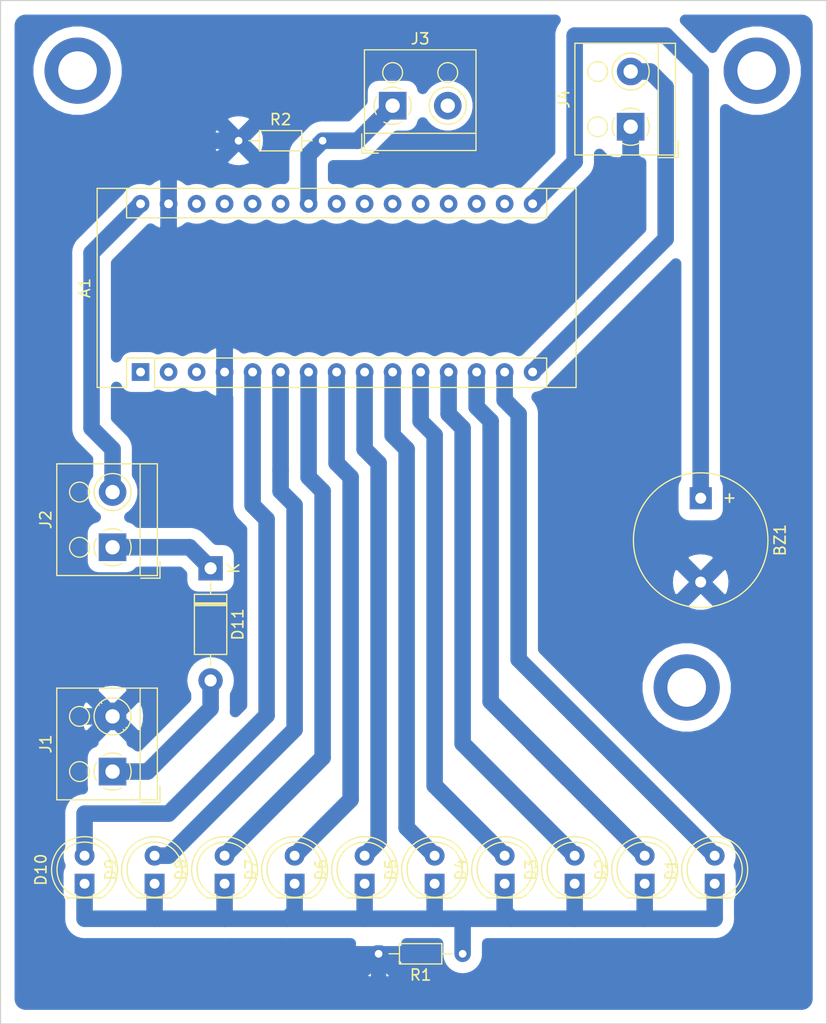
<source format=kicad_pcb>
(kicad_pcb (version 20171130) (host pcbnew "(5.1.4)-1")

  (general
    (thickness 1.6)
    (drawings 4)
    (tracks 121)
    (zones 0)
    (modules 19)
    (nets 34)
  )

  (page A4)
  (layers
    (0 F.Cu signal)
    (31 B.Cu signal)
    (32 B.Adhes user)
    (33 F.Adhes user)
    (34 B.Paste user)
    (35 F.Paste user)
    (36 B.SilkS user)
    (37 F.SilkS user)
    (38 B.Mask user)
    (39 F.Mask user)
    (40 Dwgs.User user)
    (41 Cmts.User user)
    (42 Eco1.User user)
    (43 Eco2.User user)
    (44 Edge.Cuts user)
    (45 Margin user)
    (46 B.CrtYd user)
    (47 F.CrtYd user)
    (48 B.Fab user)
    (49 F.Fab user)
  )

  (setup
    (last_trace_width 1.5)
    (user_trace_width 1)
    (user_trace_width 1.5)
    (user_trace_width 2)
    (trace_clearance 0.2)
    (zone_clearance 0.508)
    (zone_45_only no)
    (trace_min 0.25)
    (via_size 0.8)
    (via_drill 0.4)
    (via_min_size 0.4)
    (via_min_drill 0.3)
    (uvia_size 0.3)
    (uvia_drill 0.1)
    (uvias_allowed no)
    (uvia_min_size 0.2)
    (uvia_min_drill 0.1)
    (edge_width 0.05)
    (segment_width 0.2)
    (pcb_text_width 0.3)
    (pcb_text_size 1.5 1.5)
    (mod_edge_width 0.12)
    (mod_text_size 1 1)
    (mod_text_width 0.15)
    (pad_size 1.524 1.524)
    (pad_drill 0.762)
    (pad_to_mask_clearance 0.051)
    (solder_mask_min_width 0.25)
    (aux_axis_origin 0 0)
    (visible_elements 7FFFFFFF)
    (pcbplotparams
      (layerselection 0x010fc_ffffffff)
      (usegerberextensions false)
      (usegerberattributes false)
      (usegerberadvancedattributes false)
      (creategerberjobfile false)
      (excludeedgelayer true)
      (linewidth 0.100000)
      (plotframeref false)
      (viasonmask false)
      (mode 1)
      (useauxorigin false)
      (hpglpennumber 1)
      (hpglpenspeed 20)
      (hpglpendiameter 15.000000)
      (psnegative false)
      (psa4output false)
      (plotreference true)
      (plotvalue true)
      (plotinvisibletext false)
      (padsonsilk false)
      (subtractmaskfromsilk false)
      (outputformat 1)
      (mirror false)
      (drillshape 1)
      (scaleselection 1)
      (outputdirectory ""))
  )

  (net 0 "")
  (net 1 "Net-(A1-Pad16)")
  (net 2 "Net-(A1-Pad15)")
  (net 3 "Net-(A1-Pad30)")
  (net 4 "Net-(A1-Pad14)")
  (net 5 "Net-(A1-Pad29)")
  (net 6 "Net-(A1-Pad13)")
  (net 7 "Net-(A1-Pad28)")
  (net 8 "Net-(A1-Pad12)")
  (net 9 "Net-(A1-Pad27)")
  (net 10 "Net-(A1-Pad11)")
  (net 11 "Net-(A1-Pad26)")
  (net 12 "Net-(A1-Pad10)")
  (net 13 "Net-(A1-Pad25)")
  (net 14 "Net-(A1-Pad9)")
  (net 15 "Net-(A1-Pad24)")
  (net 16 "Net-(A1-Pad8)")
  (net 17 "Net-(A1-Pad23)")
  (net 18 "Net-(A1-Pad7)")
  (net 19 "Net-(A1-Pad22)")
  (net 20 "Net-(A1-Pad6)")
  (net 21 "Net-(A1-Pad21)")
  (net 22 "Net-(A1-Pad5)")
  (net 23 "Net-(A1-Pad20)")
  (net 24 "Net-(A1-Pad19)")
  (net 25 "Net-(A1-Pad3)")
  (net 26 "Net-(A1-Pad18)")
  (net 27 "Net-(A1-Pad2)")
  (net 28 "Net-(A1-Pad17)")
  (net 29 "Net-(A1-Pad1)")
  (net 30 "Net-(D11-Pad2)")
  (net 31 "Net-(D11-Pad1)")
  (net 32 "Net-(J3-Pad2)")
  (net 33 "Net-(D1-Pad1)")

  (net_class Default "Dies ist die voreingestellte Netzklasse."
    (clearance 0.2)
    (trace_width 0.25)
    (via_dia 0.8)
    (via_drill 0.4)
    (uvia_dia 0.3)
    (uvia_drill 0.1)
    (add_net "Net-(A1-Pad1)")
    (add_net "Net-(A1-Pad10)")
    (add_net "Net-(A1-Pad11)")
    (add_net "Net-(A1-Pad12)")
    (add_net "Net-(A1-Pad13)")
    (add_net "Net-(A1-Pad14)")
    (add_net "Net-(A1-Pad15)")
    (add_net "Net-(A1-Pad16)")
    (add_net "Net-(A1-Pad17)")
    (add_net "Net-(A1-Pad18)")
    (add_net "Net-(A1-Pad19)")
    (add_net "Net-(A1-Pad2)")
    (add_net "Net-(A1-Pad20)")
    (add_net "Net-(A1-Pad21)")
    (add_net "Net-(A1-Pad22)")
    (add_net "Net-(A1-Pad23)")
    (add_net "Net-(A1-Pad24)")
    (add_net "Net-(A1-Pad25)")
    (add_net "Net-(A1-Pad26)")
    (add_net "Net-(A1-Pad27)")
    (add_net "Net-(A1-Pad28)")
    (add_net "Net-(A1-Pad29)")
    (add_net "Net-(A1-Pad3)")
    (add_net "Net-(A1-Pad30)")
    (add_net "Net-(A1-Pad5)")
    (add_net "Net-(A1-Pad6)")
    (add_net "Net-(A1-Pad7)")
    (add_net "Net-(A1-Pad8)")
    (add_net "Net-(A1-Pad9)")
    (add_net "Net-(D1-Pad1)")
    (add_net "Net-(D11-Pad1)")
    (add_net "Net-(D11-Pad2)")
    (add_net "Net-(J3-Pad2)")
  )

  (module Buzzer_Beeper:Buzzer_12x9.5RM7.6 (layer F.Cu) (tedit 5A030281) (tstamp 5E3C9CB3)
    (at 121.92 85.725 270)
    (descr "Generic Buzzer, D12mm height 9.5mm with RM7.6mm")
    (tags buzzer)
    (path /5E3D0861)
    (fp_text reference BZ1 (at 3.8 -7.2 90) (layer F.SilkS)
      (effects (font (size 1 1) (thickness 0.15)))
    )
    (fp_text value Buzzer (at 3.8 7.4 90) (layer F.Fab)
      (effects (font (size 1 1) (thickness 0.15)))
    )
    (fp_circle (center 3.8 0) (end 9.9 0) (layer F.SilkS) (width 0.12))
    (fp_circle (center 3.8 0) (end 4.8 0) (layer F.Fab) (width 0.1))
    (fp_circle (center 3.8 0) (end 9.8 0) (layer F.Fab) (width 0.1))
    (fp_circle (center 3.8 0) (end 10.05 0) (layer F.CrtYd) (width 0.05))
    (fp_text user %R (at 3.8 -4 90) (layer F.Fab)
      (effects (font (size 1 1) (thickness 0.15)))
    )
    (fp_text user + (at -0.01 -2.54 90) (layer F.SilkS)
      (effects (font (size 1 1) (thickness 0.15)))
    )
    (fp_text user + (at -0.01 -2.54 90) (layer F.Fab)
      (effects (font (size 1 1) (thickness 0.15)))
    )
    (pad 2 thru_hole circle (at 7.6 0 270) (size 2 2) (drill 1) (layers *.Cu *.Mask)
      (net 5 "Net-(A1-Pad29)"))
    (pad 1 thru_hole rect (at 0 0 270) (size 2 2) (drill 1) (layers *.Cu *.Mask)
      (net 1 "Net-(A1-Pad16)"))
    (model ${KISYS3DMOD}/Buzzer_Beeper.3dshapes/Buzzer_12x9.5RM7.6.wrl
      (at (xyz 0 0 0))
      (scale (xyz 1 1 1))
      (rotate (xyz 0 0 0))
    )
  )

  (module Module:Arduino_Nano (layer F.Cu) (tedit 58ACAF70) (tstamp 5E3B059D)
    (at 71.12 74.295 90)
    (descr "Arduino Nano, http://www.mouser.com/pdfdocs/Gravitech_Arduino_Nano3_0.pdf")
    (tags "Arduino Nano")
    (path /5E3AE73E)
    (fp_text reference A1 (at 7.62 -5.08 90) (layer F.SilkS)
      (effects (font (size 1 1) (thickness 0.15)))
    )
    (fp_text value ArdNano3 (at 8.89 19.05) (layer F.Fab)
      (effects (font (size 1 1) (thickness 0.15)))
    )
    (fp_line (start 16.75 42.16) (end -1.53 42.16) (layer F.CrtYd) (width 0.05))
    (fp_line (start 16.75 42.16) (end 16.75 -4.06) (layer F.CrtYd) (width 0.05))
    (fp_line (start -1.53 -4.06) (end -1.53 42.16) (layer F.CrtYd) (width 0.05))
    (fp_line (start -1.53 -4.06) (end 16.75 -4.06) (layer F.CrtYd) (width 0.05))
    (fp_line (start 16.51 -3.81) (end 16.51 39.37) (layer F.Fab) (width 0.1))
    (fp_line (start 0 -3.81) (end 16.51 -3.81) (layer F.Fab) (width 0.1))
    (fp_line (start -1.27 -2.54) (end 0 -3.81) (layer F.Fab) (width 0.1))
    (fp_line (start -1.27 39.37) (end -1.27 -2.54) (layer F.Fab) (width 0.1))
    (fp_line (start 16.51 39.37) (end -1.27 39.37) (layer F.Fab) (width 0.1))
    (fp_line (start 16.64 -3.94) (end -1.4 -3.94) (layer F.SilkS) (width 0.12))
    (fp_line (start 16.64 39.5) (end 16.64 -3.94) (layer F.SilkS) (width 0.12))
    (fp_line (start -1.4 39.5) (end 16.64 39.5) (layer F.SilkS) (width 0.12))
    (fp_line (start 3.81 41.91) (end 3.81 31.75) (layer F.Fab) (width 0.1))
    (fp_line (start 11.43 41.91) (end 3.81 41.91) (layer F.Fab) (width 0.1))
    (fp_line (start 11.43 31.75) (end 11.43 41.91) (layer F.Fab) (width 0.1))
    (fp_line (start 3.81 31.75) (end 11.43 31.75) (layer F.Fab) (width 0.1))
    (fp_line (start 1.27 36.83) (end -1.4 36.83) (layer F.SilkS) (width 0.12))
    (fp_line (start 1.27 1.27) (end 1.27 36.83) (layer F.SilkS) (width 0.12))
    (fp_line (start 1.27 1.27) (end -1.4 1.27) (layer F.SilkS) (width 0.12))
    (fp_line (start 13.97 36.83) (end 16.64 36.83) (layer F.SilkS) (width 0.12))
    (fp_line (start 13.97 -1.27) (end 13.97 36.83) (layer F.SilkS) (width 0.12))
    (fp_line (start 13.97 -1.27) (end 16.64 -1.27) (layer F.SilkS) (width 0.12))
    (fp_line (start -1.4 -3.94) (end -1.4 -1.27) (layer F.SilkS) (width 0.12))
    (fp_line (start -1.4 1.27) (end -1.4 39.5) (layer F.SilkS) (width 0.12))
    (fp_line (start 1.27 -1.27) (end -1.4 -1.27) (layer F.SilkS) (width 0.12))
    (fp_line (start 1.27 1.27) (end 1.27 -1.27) (layer F.SilkS) (width 0.12))
    (fp_text user %R (at 6.35 19.05) (layer F.Fab)
      (effects (font (size 1 1) (thickness 0.15)))
    )
    (pad 16 thru_hole oval (at 15.24 35.56 90) (size 1.6 1.6) (drill 0.8) (layers *.Cu *.Mask)
      (net 1 "Net-(A1-Pad16)"))
    (pad 15 thru_hole oval (at 0 35.56 90) (size 1.6 1.6) (drill 0.8) (layers *.Cu *.Mask)
      (net 2 "Net-(A1-Pad15)"))
    (pad 30 thru_hole oval (at 15.24 0 90) (size 1.6 1.6) (drill 0.8) (layers *.Cu *.Mask)
      (net 3 "Net-(A1-Pad30)"))
    (pad 14 thru_hole oval (at 0 33.02 90) (size 1.6 1.6) (drill 0.8) (layers *.Cu *.Mask)
      (net 4 "Net-(A1-Pad14)"))
    (pad 29 thru_hole oval (at 15.24 2.54 90) (size 1.6 1.6) (drill 0.8) (layers *.Cu *.Mask)
      (net 5 "Net-(A1-Pad29)"))
    (pad 13 thru_hole oval (at 0 30.48 90) (size 1.6 1.6) (drill 0.8) (layers *.Cu *.Mask)
      (net 6 "Net-(A1-Pad13)"))
    (pad 28 thru_hole oval (at 15.24 5.08 90) (size 1.6 1.6) (drill 0.8) (layers *.Cu *.Mask)
      (net 7 "Net-(A1-Pad28)"))
    (pad 12 thru_hole oval (at 0 27.94 90) (size 1.6 1.6) (drill 0.8) (layers *.Cu *.Mask)
      (net 8 "Net-(A1-Pad12)"))
    (pad 27 thru_hole oval (at 15.24 7.62 90) (size 1.6 1.6) (drill 0.8) (layers *.Cu *.Mask)
      (net 9 "Net-(A1-Pad27)"))
    (pad 11 thru_hole oval (at 0 25.4 90) (size 1.6 1.6) (drill 0.8) (layers *.Cu *.Mask)
      (net 10 "Net-(A1-Pad11)"))
    (pad 26 thru_hole oval (at 15.24 10.16 90) (size 1.6 1.6) (drill 0.8) (layers *.Cu *.Mask)
      (net 11 "Net-(A1-Pad26)"))
    (pad 10 thru_hole oval (at 0 22.86 90) (size 1.6 1.6) (drill 0.8) (layers *.Cu *.Mask)
      (net 12 "Net-(A1-Pad10)"))
    (pad 25 thru_hole oval (at 15.24 12.7 90) (size 1.6 1.6) (drill 0.8) (layers *.Cu *.Mask)
      (net 13 "Net-(A1-Pad25)"))
    (pad 9 thru_hole oval (at 0 20.32 90) (size 1.6 1.6) (drill 0.8) (layers *.Cu *.Mask)
      (net 14 "Net-(A1-Pad9)"))
    (pad 24 thru_hole oval (at 15.24 15.24 90) (size 1.6 1.6) (drill 0.8) (layers *.Cu *.Mask)
      (net 15 "Net-(A1-Pad24)"))
    (pad 8 thru_hole oval (at 0 17.78 90) (size 1.6 1.6) (drill 0.8) (layers *.Cu *.Mask)
      (net 16 "Net-(A1-Pad8)"))
    (pad 23 thru_hole oval (at 15.24 17.78 90) (size 1.6 1.6) (drill 0.8) (layers *.Cu *.Mask)
      (net 17 "Net-(A1-Pad23)"))
    (pad 7 thru_hole oval (at 0 15.24 90) (size 1.6 1.6) (drill 0.8) (layers *.Cu *.Mask)
      (net 18 "Net-(A1-Pad7)"))
    (pad 22 thru_hole oval (at 15.24 20.32 90) (size 1.6 1.6) (drill 0.8) (layers *.Cu *.Mask)
      (net 19 "Net-(A1-Pad22)"))
    (pad 6 thru_hole oval (at 0 12.7 90) (size 1.6 1.6) (drill 0.8) (layers *.Cu *.Mask)
      (net 20 "Net-(A1-Pad6)"))
    (pad 21 thru_hole oval (at 15.24 22.86 90) (size 1.6 1.6) (drill 0.8) (layers *.Cu *.Mask)
      (net 21 "Net-(A1-Pad21)"))
    (pad 5 thru_hole oval (at 0 10.16 90) (size 1.6 1.6) (drill 0.8) (layers *.Cu *.Mask)
      (net 22 "Net-(A1-Pad5)"))
    (pad 20 thru_hole oval (at 15.24 25.4 90) (size 1.6 1.6) (drill 0.8) (layers *.Cu *.Mask)
      (net 23 "Net-(A1-Pad20)"))
    (pad 4 thru_hole oval (at 0 7.62 90) (size 1.6 1.6) (drill 0.8) (layers *.Cu *.Mask)
      (net 5 "Net-(A1-Pad29)"))
    (pad 19 thru_hole oval (at 15.24 27.94 90) (size 1.6 1.6) (drill 0.8) (layers *.Cu *.Mask)
      (net 24 "Net-(A1-Pad19)"))
    (pad 3 thru_hole oval (at 0 5.08 90) (size 1.6 1.6) (drill 0.8) (layers *.Cu *.Mask)
      (net 25 "Net-(A1-Pad3)"))
    (pad 18 thru_hole oval (at 15.24 30.48 90) (size 1.6 1.6) (drill 0.8) (layers *.Cu *.Mask)
      (net 26 "Net-(A1-Pad18)"))
    (pad 2 thru_hole oval (at 0 2.54 90) (size 1.6 1.6) (drill 0.8) (layers *.Cu *.Mask)
      (net 27 "Net-(A1-Pad2)"))
    (pad 17 thru_hole oval (at 15.24 33.02 90) (size 1.6 1.6) (drill 0.8) (layers *.Cu *.Mask)
      (net 28 "Net-(A1-Pad17)"))
    (pad 1 thru_hole rect (at 0 0 90) (size 1.6 1.6) (drill 0.8) (layers *.Cu *.Mask)
      (net 29 "Net-(A1-Pad1)"))
    (model ${KISYS3DMOD}/Module.3dshapes/Arduino_Nano_WithMountingHoles.wrl
      (at (xyz 0 0 0))
      (scale (xyz 1 1 1))
      (rotate (xyz 0 0 0))
    )
  )

  (module TerminalBlock_RND:TerminalBlock_RND_205-00001_1x02_P5.00mm_Horizontal (layer F.Cu) (tedit 5B294F8C) (tstamp 5E3C90F5)
    (at 115.57 52.07 90)
    (descr "terminal block RND 205-00001, 2 pins, pitch 5mm, size 10x9mm^2, drill diamater 1.3mm, pad diameter 2.5mm, see http://cdn-reichelt.de/documents/datenblatt/C151/RND_205-00001_DB_EN.pdf, script-generated using https://github.com/pointhi/kicad-footprint-generator/scripts/TerminalBlock_RND")
    (tags "THT terminal block RND 205-00001 pitch 5mm size 10x9mm^2 drill 1.3mm pad 2.5mm")
    (path /5E3CB617)
    (fp_text reference J4 (at 2.5 -6.06 90) (layer F.SilkS)
      (effects (font (size 1 1) (thickness 0.15)))
    )
    (fp_text value SwitchRange (at 2.5 5.06 90) (layer F.Fab)
      (effects (font (size 1 1) (thickness 0.15)))
    )
    (fp_text user %R (at 2.5 -6.06 90) (layer F.Fab)
      (effects (font (size 1 1) (thickness 0.15)))
    )
    (fp_line (start 8 -5.5) (end -3 -5.5) (layer F.CrtYd) (width 0.05))
    (fp_line (start 8 4.5) (end 8 -5.5) (layer F.CrtYd) (width 0.05))
    (fp_line (start -3 4.5) (end 8 4.5) (layer F.CrtYd) (width 0.05))
    (fp_line (start -3 -5.5) (end -3 4.5) (layer F.CrtYd) (width 0.05))
    (fp_line (start -2.8 4.3) (end -1.3 4.3) (layer F.SilkS) (width 0.12))
    (fp_line (start -2.8 2.56) (end -2.8 4.3) (layer F.SilkS) (width 0.12))
    (fp_line (start 3.82 0.976) (end 3.726 1.069) (layer F.SilkS) (width 0.12))
    (fp_line (start 6.07 -1.275) (end 6.011 -1.216) (layer F.SilkS) (width 0.12))
    (fp_line (start 3.99 1.216) (end 3.931 1.274) (layer F.SilkS) (width 0.12))
    (fp_line (start 6.275 -1.069) (end 6.181 -0.976) (layer F.SilkS) (width 0.12))
    (fp_line (start 5.955 -1.138) (end 3.863 0.955) (layer F.Fab) (width 0.1))
    (fp_line (start 6.138 -0.955) (end 4.046 1.138) (layer F.Fab) (width 0.1))
    (fp_line (start 0.955 -1.138) (end -1.138 0.955) (layer F.Fab) (width 0.1))
    (fp_line (start 1.138 -0.955) (end -0.955 1.138) (layer F.Fab) (width 0.1))
    (fp_line (start 7.56 -5.06) (end 7.56 4.06) (layer F.SilkS) (width 0.12))
    (fp_line (start -2.56 -5.06) (end -2.56 4.06) (layer F.SilkS) (width 0.12))
    (fp_line (start -2.56 4.06) (end 7.56 4.06) (layer F.SilkS) (width 0.12))
    (fp_line (start -2.56 -5.06) (end 7.56 -5.06) (layer F.SilkS) (width 0.12))
    (fp_line (start -2.56 2.5) (end 7.56 2.5) (layer F.SilkS) (width 0.12))
    (fp_line (start -2.5 2.5) (end 7.5 2.5) (layer F.Fab) (width 0.1))
    (fp_line (start -2.5 2.5) (end -2.5 -5) (layer F.Fab) (width 0.1))
    (fp_line (start -1 4) (end -2.5 2.5) (layer F.Fab) (width 0.1))
    (fp_line (start 7.5 4) (end -1 4) (layer F.Fab) (width 0.1))
    (fp_line (start 7.5 -5) (end 7.5 4) (layer F.Fab) (width 0.1))
    (fp_line (start -2.5 -5) (end 7.5 -5) (layer F.Fab) (width 0.1))
    (fp_circle (center 5 -3) (end 5.9 -3) (layer F.SilkS) (width 0.12))
    (fp_circle (center 5 -3) (end 5.9 -3) (layer F.Fab) (width 0.1))
    (fp_circle (center 5 0) (end 6.68 0) (layer F.SilkS) (width 0.12))
    (fp_circle (center 5 0) (end 6.5 0) (layer F.Fab) (width 0.1))
    (fp_circle (center 0 -3) (end 0.9 -3) (layer F.SilkS) (width 0.12))
    (fp_circle (center 0 -3) (end 0.9 -3) (layer F.Fab) (width 0.1))
    (fp_circle (center 0 0) (end 1.5 0) (layer F.Fab) (width 0.1))
    (fp_arc (start 0 0) (end -0.789 1.484) (angle -29) (layer F.SilkS) (width 0.12))
    (fp_arc (start 0 0) (end -1.484 -0.789) (angle -56) (layer F.SilkS) (width 0.12))
    (fp_arc (start 0 0) (end 0.789 -1.484) (angle -56) (layer F.SilkS) (width 0.12))
    (fp_arc (start 0 0) (end 1.484 0.789) (angle -56) (layer F.SilkS) (width 0.12))
    (fp_arc (start 0 0) (end 0 1.68) (angle -28) (layer F.SilkS) (width 0.12))
    (pad 2 thru_hole circle (at 5 0 90) (size 2.5 2.5) (drill 1.3) (layers *.Cu *.Mask)
      (net 2 "Net-(A1-Pad15)"))
    (pad 1 thru_hole rect (at 0 0 90) (size 2.5 2.5) (drill 1.3) (layers *.Cu *.Mask)
      (net 5 "Net-(A1-Pad29)"))
    (model ${KISYS3DMOD}/TerminalBlock_RND.3dshapes/TerminalBlock_RND_205-00001_1x02_P5.00mm_Horizontal.wrl
      (at (xyz 0 0 0))
      (scale (xyz 1 1 1))
      (rotate (xyz 0 0 0))
    )
  )

  (module LED_THT:LED_D5.0mm (layer F.Cu) (tedit 5995936A) (tstamp 5E3B0651)
    (at 66.04 120.65 90)
    (descr "LED, diameter 5.0mm, 2 pins, http://cdn-reichelt.de/documents/datenblatt/A500/LL-504BC2E-009.pdf")
    (tags "LED diameter 5.0mm 2 pins")
    (path /5E3CE5FB)
    (fp_text reference D10 (at 1.27 -3.96 90) (layer F.SilkS)
      (effects (font (size 1 1) (thickness 0.15)))
    )
    (fp_text value L (at 1.27 3.96 90) (layer F.Fab)
      (effects (font (size 1 1) (thickness 0.15)))
    )
    (fp_text user %R (at 1.25 0 90) (layer F.Fab)
      (effects (font (size 0.8 0.8) (thickness 0.2)))
    )
    (fp_line (start 4.5 -3.25) (end -1.95 -3.25) (layer F.CrtYd) (width 0.05))
    (fp_line (start 4.5 3.25) (end 4.5 -3.25) (layer F.CrtYd) (width 0.05))
    (fp_line (start -1.95 3.25) (end 4.5 3.25) (layer F.CrtYd) (width 0.05))
    (fp_line (start -1.95 -3.25) (end -1.95 3.25) (layer F.CrtYd) (width 0.05))
    (fp_line (start -1.29 -1.545) (end -1.29 1.545) (layer F.SilkS) (width 0.12))
    (fp_line (start -1.23 -1.469694) (end -1.23 1.469694) (layer F.Fab) (width 0.1))
    (fp_circle (center 1.27 0) (end 3.77 0) (layer F.SilkS) (width 0.12))
    (fp_circle (center 1.27 0) (end 3.77 0) (layer F.Fab) (width 0.1))
    (fp_arc (start 1.27 0) (end -1.29 1.54483) (angle -148.9) (layer F.SilkS) (width 0.12))
    (fp_arc (start 1.27 0) (end -1.29 -1.54483) (angle 148.9) (layer F.SilkS) (width 0.12))
    (fp_arc (start 1.27 0) (end -1.23 -1.469694) (angle 299.1) (layer F.Fab) (width 0.1))
    (pad 2 thru_hole circle (at 2.54 0 90) (size 1.8 1.8) (drill 0.9) (layers *.Cu *.Mask)
      (net 22 "Net-(A1-Pad5)"))
    (pad 1 thru_hole rect (at 0 0 90) (size 1.8 1.8) (drill 0.9) (layers *.Cu *.Mask)
      (net 33 "Net-(D1-Pad1)"))
    (model ${KISYS3DMOD}/LED_THT.3dshapes/LED_D5.0mm.wrl
      (at (xyz 0 0 0))
      (scale (xyz 1 1 1))
      (rotate (xyz 0 0 0))
    )
  )

  (module Resistor_THT:R_Axial_DIN0204_L3.6mm_D1.6mm_P7.62mm_Horizontal (layer F.Cu) (tedit 5AE5139B) (tstamp 5E3B1843)
    (at 100.33 127 180)
    (descr "Resistor, Axial_DIN0204 series, Axial, Horizontal, pin pitch=7.62mm, 0.167W, length*diameter=3.6*1.6mm^2, http://cdn-reichelt.de/documents/datenblatt/B400/1_4W%23YAG.pdf")
    (tags "Resistor Axial_DIN0204 series Axial Horizontal pin pitch 7.62mm 0.167W length 3.6mm diameter 1.6mm")
    (path /5E3C74BA)
    (fp_text reference R1 (at 3.81 -1.92) (layer F.SilkS)
      (effects (font (size 1 1) (thickness 0.15)))
    )
    (fp_text value 330Ohm (at 3.81 1.92) (layer F.Fab)
      (effects (font (size 1 1) (thickness 0.15)))
    )
    (fp_text user %R (at 3.81 0) (layer F.Fab)
      (effects (font (size 0.72 0.72) (thickness 0.108)))
    )
    (fp_line (start 8.57 -1.05) (end -0.95 -1.05) (layer F.CrtYd) (width 0.05))
    (fp_line (start 8.57 1.05) (end 8.57 -1.05) (layer F.CrtYd) (width 0.05))
    (fp_line (start -0.95 1.05) (end 8.57 1.05) (layer F.CrtYd) (width 0.05))
    (fp_line (start -0.95 -1.05) (end -0.95 1.05) (layer F.CrtYd) (width 0.05))
    (fp_line (start 6.68 0) (end 5.73 0) (layer F.SilkS) (width 0.12))
    (fp_line (start 0.94 0) (end 1.89 0) (layer F.SilkS) (width 0.12))
    (fp_line (start 5.73 -0.92) (end 1.89 -0.92) (layer F.SilkS) (width 0.12))
    (fp_line (start 5.73 0.92) (end 5.73 -0.92) (layer F.SilkS) (width 0.12))
    (fp_line (start 1.89 0.92) (end 5.73 0.92) (layer F.SilkS) (width 0.12))
    (fp_line (start 1.89 -0.92) (end 1.89 0.92) (layer F.SilkS) (width 0.12))
    (fp_line (start 7.62 0) (end 5.61 0) (layer F.Fab) (width 0.1))
    (fp_line (start 0 0) (end 2.01 0) (layer F.Fab) (width 0.1))
    (fp_line (start 5.61 -0.8) (end 2.01 -0.8) (layer F.Fab) (width 0.1))
    (fp_line (start 5.61 0.8) (end 5.61 -0.8) (layer F.Fab) (width 0.1))
    (fp_line (start 2.01 0.8) (end 5.61 0.8) (layer F.Fab) (width 0.1))
    (fp_line (start 2.01 -0.8) (end 2.01 0.8) (layer F.Fab) (width 0.1))
    (pad 2 thru_hole oval (at 7.62 0 180) (size 1.4 1.4) (drill 0.7) (layers *.Cu *.Mask)
      (net 5 "Net-(A1-Pad29)"))
    (pad 1 thru_hole circle (at 0 0 180) (size 1.4 1.4) (drill 0.7) (layers *.Cu *.Mask)
      (net 33 "Net-(D1-Pad1)"))
    (model ${KISYS3DMOD}/Resistor_THT.3dshapes/R_Axial_DIN0204_L3.6mm_D1.6mm_P7.62mm_Horizontal.wrl
      (at (xyz 0 0 0))
      (scale (xyz 1 1 1))
      (rotate (xyz 0 0 0))
    )
  )

  (module Resistor_THT:R_Axial_DIN0204_L3.6mm_D1.6mm_P7.62mm_Horizontal (layer F.Cu) (tedit 5AE5139B) (tstamp 5E3B070B)
    (at 80.01 53.34)
    (descr "Resistor, Axial_DIN0204 series, Axial, Horizontal, pin pitch=7.62mm, 0.167W, length*diameter=3.6*1.6mm^2, http://cdn-reichelt.de/documents/datenblatt/B400/1_4W%23YAG.pdf")
    (tags "Resistor Axial_DIN0204 series Axial Horizontal pin pitch 7.62mm 0.167W length 3.6mm diameter 1.6mm")
    (path /5E3B7D72)
    (fp_text reference R2 (at 3.81 -1.92) (layer F.SilkS)
      (effects (font (size 1 1) (thickness 0.15)))
    )
    (fp_text value "3.3 MOhm" (at 3.81 1.92) (layer F.Fab)
      (effects (font (size 1 1) (thickness 0.15)))
    )
    (fp_text user %R (at 3.81 0) (layer F.Fab)
      (effects (font (size 0.72 0.72) (thickness 0.108)))
    )
    (fp_line (start 8.57 -1.05) (end -0.95 -1.05) (layer F.CrtYd) (width 0.05))
    (fp_line (start 8.57 1.05) (end 8.57 -1.05) (layer F.CrtYd) (width 0.05))
    (fp_line (start -0.95 1.05) (end 8.57 1.05) (layer F.CrtYd) (width 0.05))
    (fp_line (start -0.95 -1.05) (end -0.95 1.05) (layer F.CrtYd) (width 0.05))
    (fp_line (start 6.68 0) (end 5.73 0) (layer F.SilkS) (width 0.12))
    (fp_line (start 0.94 0) (end 1.89 0) (layer F.SilkS) (width 0.12))
    (fp_line (start 5.73 -0.92) (end 1.89 -0.92) (layer F.SilkS) (width 0.12))
    (fp_line (start 5.73 0.92) (end 5.73 -0.92) (layer F.SilkS) (width 0.12))
    (fp_line (start 1.89 0.92) (end 5.73 0.92) (layer F.SilkS) (width 0.12))
    (fp_line (start 1.89 -0.92) (end 1.89 0.92) (layer F.SilkS) (width 0.12))
    (fp_line (start 7.62 0) (end 5.61 0) (layer F.Fab) (width 0.1))
    (fp_line (start 0 0) (end 2.01 0) (layer F.Fab) (width 0.1))
    (fp_line (start 5.61 -0.8) (end 2.01 -0.8) (layer F.Fab) (width 0.1))
    (fp_line (start 5.61 0.8) (end 5.61 -0.8) (layer F.Fab) (width 0.1))
    (fp_line (start 2.01 0.8) (end 5.61 0.8) (layer F.Fab) (width 0.1))
    (fp_line (start 2.01 -0.8) (end 2.01 0.8) (layer F.Fab) (width 0.1))
    (pad 2 thru_hole oval (at 7.62 0) (size 1.4 1.4) (drill 0.7) (layers *.Cu *.Mask)
      (net 15 "Net-(A1-Pad24)"))
    (pad 1 thru_hole circle (at 0 0) (size 1.4 1.4) (drill 0.7) (layers *.Cu *.Mask)
      (net 5 "Net-(A1-Pad29)"))
    (model ${KISYS3DMOD}/Resistor_THT.3dshapes/R_Axial_DIN0204_L3.6mm_D1.6mm_P7.62mm_Horizontal.wrl
      (at (xyz 0 0 0))
      (scale (xyz 1 1 1))
      (rotate (xyz 0 0 0))
    )
  )

  (module TerminalBlock_RND:TerminalBlock_RND_205-00001_1x02_P5.00mm_Horizontal (layer F.Cu) (tedit 5B294F8C) (tstamp 5E3B06F4)
    (at 93.98 50.165)
    (descr "terminal block RND 205-00001, 2 pins, pitch 5mm, size 10x9mm^2, drill diamater 1.3mm, pad diameter 2.5mm, see http://cdn-reichelt.de/documents/datenblatt/C151/RND_205-00001_DB_EN.pdf, script-generated using https://github.com/pointhi/kicad-footprint-generator/scripts/TerminalBlock_RND")
    (tags "THT terminal block RND 205-00001 pitch 5mm size 10x9mm^2 drill 1.3mm pad 2.5mm")
    (path /5E3B5BC1)
    (fp_text reference J3 (at 2.5 -6.06) (layer F.SilkS)
      (effects (font (size 1 1) (thickness 0.15)))
    )
    (fp_text value Antenna (at 2.5 5.06) (layer F.Fab)
      (effects (font (size 1 1) (thickness 0.15)))
    )
    (fp_text user %R (at 2.5 -6.06) (layer F.Fab)
      (effects (font (size 1 1) (thickness 0.15)))
    )
    (fp_line (start 8 -5.5) (end -3 -5.5) (layer F.CrtYd) (width 0.05))
    (fp_line (start 8 4.5) (end 8 -5.5) (layer F.CrtYd) (width 0.05))
    (fp_line (start -3 4.5) (end 8 4.5) (layer F.CrtYd) (width 0.05))
    (fp_line (start -3 -5.5) (end -3 4.5) (layer F.CrtYd) (width 0.05))
    (fp_line (start -2.8 4.3) (end -1.3 4.3) (layer F.SilkS) (width 0.12))
    (fp_line (start -2.8 2.56) (end -2.8 4.3) (layer F.SilkS) (width 0.12))
    (fp_line (start 3.82 0.976) (end 3.726 1.069) (layer F.SilkS) (width 0.12))
    (fp_line (start 6.07 -1.275) (end 6.011 -1.216) (layer F.SilkS) (width 0.12))
    (fp_line (start 3.99 1.216) (end 3.931 1.274) (layer F.SilkS) (width 0.12))
    (fp_line (start 6.275 -1.069) (end 6.181 -0.976) (layer F.SilkS) (width 0.12))
    (fp_line (start 5.955 -1.138) (end 3.863 0.955) (layer F.Fab) (width 0.1))
    (fp_line (start 6.138 -0.955) (end 4.046 1.138) (layer F.Fab) (width 0.1))
    (fp_line (start 0.955 -1.138) (end -1.138 0.955) (layer F.Fab) (width 0.1))
    (fp_line (start 1.138 -0.955) (end -0.955 1.138) (layer F.Fab) (width 0.1))
    (fp_line (start 7.56 -5.06) (end 7.56 4.06) (layer F.SilkS) (width 0.12))
    (fp_line (start -2.56 -5.06) (end -2.56 4.06) (layer F.SilkS) (width 0.12))
    (fp_line (start -2.56 4.06) (end 7.56 4.06) (layer F.SilkS) (width 0.12))
    (fp_line (start -2.56 -5.06) (end 7.56 -5.06) (layer F.SilkS) (width 0.12))
    (fp_line (start -2.56 2.5) (end 7.56 2.5) (layer F.SilkS) (width 0.12))
    (fp_line (start -2.5 2.5) (end 7.5 2.5) (layer F.Fab) (width 0.1))
    (fp_line (start -2.5 2.5) (end -2.5 -5) (layer F.Fab) (width 0.1))
    (fp_line (start -1 4) (end -2.5 2.5) (layer F.Fab) (width 0.1))
    (fp_line (start 7.5 4) (end -1 4) (layer F.Fab) (width 0.1))
    (fp_line (start 7.5 -5) (end 7.5 4) (layer F.Fab) (width 0.1))
    (fp_line (start -2.5 -5) (end 7.5 -5) (layer F.Fab) (width 0.1))
    (fp_circle (center 5 -3) (end 5.9 -3) (layer F.SilkS) (width 0.12))
    (fp_circle (center 5 -3) (end 5.9 -3) (layer F.Fab) (width 0.1))
    (fp_circle (center 5 0) (end 6.68 0) (layer F.SilkS) (width 0.12))
    (fp_circle (center 5 0) (end 6.5 0) (layer F.Fab) (width 0.1))
    (fp_circle (center 0 -3) (end 0.9 -3) (layer F.SilkS) (width 0.12))
    (fp_circle (center 0 -3) (end 0.9 -3) (layer F.Fab) (width 0.1))
    (fp_circle (center 0 0) (end 1.5 0) (layer F.Fab) (width 0.1))
    (fp_arc (start 0 0) (end -0.789 1.484) (angle -29) (layer F.SilkS) (width 0.12))
    (fp_arc (start 0 0) (end -1.484 -0.789) (angle -56) (layer F.SilkS) (width 0.12))
    (fp_arc (start 0 0) (end 0.789 -1.484) (angle -56) (layer F.SilkS) (width 0.12))
    (fp_arc (start 0 0) (end 1.484 0.789) (angle -56) (layer F.SilkS) (width 0.12))
    (fp_arc (start 0 0) (end 0 1.68) (angle -28) (layer F.SilkS) (width 0.12))
    (pad 2 thru_hole circle (at 5 0) (size 2.5 2.5) (drill 1.3) (layers *.Cu *.Mask)
      (net 32 "Net-(J3-Pad2)"))
    (pad 1 thru_hole rect (at 0 0) (size 2.5 2.5) (drill 1.3) (layers *.Cu *.Mask)
      (net 15 "Net-(A1-Pad24)"))
    (model ${KISYS3DMOD}/TerminalBlock_RND.3dshapes/TerminalBlock_RND_205-00001_1x02_P5.00mm_Horizontal.wrl
      (at (xyz 0 0 0))
      (scale (xyz 1 1 1))
      (rotate (xyz 0 0 0))
    )
  )

  (module TerminalBlock_RND:TerminalBlock_RND_205-00001_1x02_P5.00mm_Horizontal (layer F.Cu) (tedit 5B294F8C) (tstamp 5E3B06C8)
    (at 68.58 90.17 90)
    (descr "terminal block RND 205-00001, 2 pins, pitch 5mm, size 10x9mm^2, drill diamater 1.3mm, pad diameter 2.5mm, see http://cdn-reichelt.de/documents/datenblatt/C151/RND_205-00001_DB_EN.pdf, script-generated using https://github.com/pointhi/kicad-footprint-generator/scripts/TerminalBlock_RND")
    (tags "THT terminal block RND 205-00001 pitch 5mm size 10x9mm^2 drill 1.3mm pad 2.5mm")
    (path /5E3B20C3)
    (fp_text reference J2 (at 2.5 -6.06 90) (layer F.SilkS)
      (effects (font (size 1 1) (thickness 0.15)))
    )
    (fp_text value SwitchPower (at 2.5 5.06 90) (layer F.Fab)
      (effects (font (size 1 1) (thickness 0.15)))
    )
    (fp_text user %R (at 2.5 -6.06 90) (layer F.Fab)
      (effects (font (size 1 1) (thickness 0.15)))
    )
    (fp_line (start 8 -5.5) (end -3 -5.5) (layer F.CrtYd) (width 0.05))
    (fp_line (start 8 4.5) (end 8 -5.5) (layer F.CrtYd) (width 0.05))
    (fp_line (start -3 4.5) (end 8 4.5) (layer F.CrtYd) (width 0.05))
    (fp_line (start -3 -5.5) (end -3 4.5) (layer F.CrtYd) (width 0.05))
    (fp_line (start -2.8 4.3) (end -1.3 4.3) (layer F.SilkS) (width 0.12))
    (fp_line (start -2.8 2.56) (end -2.8 4.3) (layer F.SilkS) (width 0.12))
    (fp_line (start 3.82 0.976) (end 3.726 1.069) (layer F.SilkS) (width 0.12))
    (fp_line (start 6.07 -1.275) (end 6.011 -1.216) (layer F.SilkS) (width 0.12))
    (fp_line (start 3.99 1.216) (end 3.931 1.274) (layer F.SilkS) (width 0.12))
    (fp_line (start 6.275 -1.069) (end 6.181 -0.976) (layer F.SilkS) (width 0.12))
    (fp_line (start 5.955 -1.138) (end 3.863 0.955) (layer F.Fab) (width 0.1))
    (fp_line (start 6.138 -0.955) (end 4.046 1.138) (layer F.Fab) (width 0.1))
    (fp_line (start 0.955 -1.138) (end -1.138 0.955) (layer F.Fab) (width 0.1))
    (fp_line (start 1.138 -0.955) (end -0.955 1.138) (layer F.Fab) (width 0.1))
    (fp_line (start 7.56 -5.06) (end 7.56 4.06) (layer F.SilkS) (width 0.12))
    (fp_line (start -2.56 -5.06) (end -2.56 4.06) (layer F.SilkS) (width 0.12))
    (fp_line (start -2.56 4.06) (end 7.56 4.06) (layer F.SilkS) (width 0.12))
    (fp_line (start -2.56 -5.06) (end 7.56 -5.06) (layer F.SilkS) (width 0.12))
    (fp_line (start -2.56 2.5) (end 7.56 2.5) (layer F.SilkS) (width 0.12))
    (fp_line (start -2.5 2.5) (end 7.5 2.5) (layer F.Fab) (width 0.1))
    (fp_line (start -2.5 2.5) (end -2.5 -5) (layer F.Fab) (width 0.1))
    (fp_line (start -1 4) (end -2.5 2.5) (layer F.Fab) (width 0.1))
    (fp_line (start 7.5 4) (end -1 4) (layer F.Fab) (width 0.1))
    (fp_line (start 7.5 -5) (end 7.5 4) (layer F.Fab) (width 0.1))
    (fp_line (start -2.5 -5) (end 7.5 -5) (layer F.Fab) (width 0.1))
    (fp_circle (center 5 -3) (end 5.9 -3) (layer F.SilkS) (width 0.12))
    (fp_circle (center 5 -3) (end 5.9 -3) (layer F.Fab) (width 0.1))
    (fp_circle (center 5 0) (end 6.68 0) (layer F.SilkS) (width 0.12))
    (fp_circle (center 5 0) (end 6.5 0) (layer F.Fab) (width 0.1))
    (fp_circle (center 0 -3) (end 0.9 -3) (layer F.SilkS) (width 0.12))
    (fp_circle (center 0 -3) (end 0.9 -3) (layer F.Fab) (width 0.1))
    (fp_circle (center 0 0) (end 1.5 0) (layer F.Fab) (width 0.1))
    (fp_arc (start 0 0) (end -0.789 1.484) (angle -29) (layer F.SilkS) (width 0.12))
    (fp_arc (start 0 0) (end -1.484 -0.789) (angle -56) (layer F.SilkS) (width 0.12))
    (fp_arc (start 0 0) (end 0.789 -1.484) (angle -56) (layer F.SilkS) (width 0.12))
    (fp_arc (start 0 0) (end 1.484 0.789) (angle -56) (layer F.SilkS) (width 0.12))
    (fp_arc (start 0 0) (end 0 1.68) (angle -28) (layer F.SilkS) (width 0.12))
    (pad 2 thru_hole circle (at 5 0 90) (size 2.5 2.5) (drill 1.3) (layers *.Cu *.Mask)
      (net 3 "Net-(A1-Pad30)"))
    (pad 1 thru_hole rect (at 0 0 90) (size 2.5 2.5) (drill 1.3) (layers *.Cu *.Mask)
      (net 31 "Net-(D11-Pad1)"))
    (model ${KISYS3DMOD}/TerminalBlock_RND.3dshapes/TerminalBlock_RND_205-00001_1x02_P5.00mm_Horizontal.wrl
      (at (xyz 0 0 0))
      (scale (xyz 1 1 1))
      (rotate (xyz 0 0 0))
    )
  )

  (module TerminalBlock_RND:TerminalBlock_RND_205-00001_1x02_P5.00mm_Horizontal (layer F.Cu) (tedit 5B294F8C) (tstamp 5E3B069C)
    (at 68.58 110.49 90)
    (descr "terminal block RND 205-00001, 2 pins, pitch 5mm, size 10x9mm^2, drill diamater 1.3mm, pad diameter 2.5mm, see http://cdn-reichelt.de/documents/datenblatt/C151/RND_205-00001_DB_EN.pdf, script-generated using https://github.com/pointhi/kicad-footprint-generator/scripts/TerminalBlock_RND")
    (tags "THT terminal block RND 205-00001 pitch 5mm size 10x9mm^2 drill 1.3mm pad 2.5mm")
    (path /5E3B0A06)
    (fp_text reference J1 (at 2.5 -6.06 90) (layer F.SilkS)
      (effects (font (size 1 1) (thickness 0.15)))
    )
    (fp_text value Power (at 2.5 5.06 90) (layer F.Fab)
      (effects (font (size 1 1) (thickness 0.15)))
    )
    (fp_text user %R (at 2.5 -6.06 90) (layer F.Fab)
      (effects (font (size 1 1) (thickness 0.15)))
    )
    (fp_line (start 8 -5.5) (end -3 -5.5) (layer F.CrtYd) (width 0.05))
    (fp_line (start 8 4.5) (end 8 -5.5) (layer F.CrtYd) (width 0.05))
    (fp_line (start -3 4.5) (end 8 4.5) (layer F.CrtYd) (width 0.05))
    (fp_line (start -3 -5.5) (end -3 4.5) (layer F.CrtYd) (width 0.05))
    (fp_line (start -2.8 4.3) (end -1.3 4.3) (layer F.SilkS) (width 0.12))
    (fp_line (start -2.8 2.56) (end -2.8 4.3) (layer F.SilkS) (width 0.12))
    (fp_line (start 3.82 0.976) (end 3.726 1.069) (layer F.SilkS) (width 0.12))
    (fp_line (start 6.07 -1.275) (end 6.011 -1.216) (layer F.SilkS) (width 0.12))
    (fp_line (start 3.99 1.216) (end 3.931 1.274) (layer F.SilkS) (width 0.12))
    (fp_line (start 6.275 -1.069) (end 6.181 -0.976) (layer F.SilkS) (width 0.12))
    (fp_line (start 5.955 -1.138) (end 3.863 0.955) (layer F.Fab) (width 0.1))
    (fp_line (start 6.138 -0.955) (end 4.046 1.138) (layer F.Fab) (width 0.1))
    (fp_line (start 0.955 -1.138) (end -1.138 0.955) (layer F.Fab) (width 0.1))
    (fp_line (start 1.138 -0.955) (end -0.955 1.138) (layer F.Fab) (width 0.1))
    (fp_line (start 7.56 -5.06) (end 7.56 4.06) (layer F.SilkS) (width 0.12))
    (fp_line (start -2.56 -5.06) (end -2.56 4.06) (layer F.SilkS) (width 0.12))
    (fp_line (start -2.56 4.06) (end 7.56 4.06) (layer F.SilkS) (width 0.12))
    (fp_line (start -2.56 -5.06) (end 7.56 -5.06) (layer F.SilkS) (width 0.12))
    (fp_line (start -2.56 2.5) (end 7.56 2.5) (layer F.SilkS) (width 0.12))
    (fp_line (start -2.5 2.5) (end 7.5 2.5) (layer F.Fab) (width 0.1))
    (fp_line (start -2.5 2.5) (end -2.5 -5) (layer F.Fab) (width 0.1))
    (fp_line (start -1 4) (end -2.5 2.5) (layer F.Fab) (width 0.1))
    (fp_line (start 7.5 4) (end -1 4) (layer F.Fab) (width 0.1))
    (fp_line (start 7.5 -5) (end 7.5 4) (layer F.Fab) (width 0.1))
    (fp_line (start -2.5 -5) (end 7.5 -5) (layer F.Fab) (width 0.1))
    (fp_circle (center 5 -3) (end 5.9 -3) (layer F.SilkS) (width 0.12))
    (fp_circle (center 5 -3) (end 5.9 -3) (layer F.Fab) (width 0.1))
    (fp_circle (center 5 0) (end 6.68 0) (layer F.SilkS) (width 0.12))
    (fp_circle (center 5 0) (end 6.5 0) (layer F.Fab) (width 0.1))
    (fp_circle (center 0 -3) (end 0.9 -3) (layer F.SilkS) (width 0.12))
    (fp_circle (center 0 -3) (end 0.9 -3) (layer F.Fab) (width 0.1))
    (fp_circle (center 0 0) (end 1.5 0) (layer F.Fab) (width 0.1))
    (fp_arc (start 0 0) (end -0.789 1.484) (angle -29) (layer F.SilkS) (width 0.12))
    (fp_arc (start 0 0) (end -1.484 -0.789) (angle -56) (layer F.SilkS) (width 0.12))
    (fp_arc (start 0 0) (end 0.789 -1.484) (angle -56) (layer F.SilkS) (width 0.12))
    (fp_arc (start 0 0) (end 1.484 0.789) (angle -56) (layer F.SilkS) (width 0.12))
    (fp_arc (start 0 0) (end 0 1.68) (angle -28) (layer F.SilkS) (width 0.12))
    (pad 2 thru_hole circle (at 5 0 90) (size 2.5 2.5) (drill 1.3) (layers *.Cu *.Mask)
      (net 5 "Net-(A1-Pad29)"))
    (pad 1 thru_hole rect (at 0 0 90) (size 2.5 2.5) (drill 1.3) (layers *.Cu *.Mask)
      (net 30 "Net-(D11-Pad2)"))
    (model ${KISYS3DMOD}/TerminalBlock_RND.3dshapes/TerminalBlock_RND_205-00001_1x02_P5.00mm_Horizontal.wrl
      (at (xyz 0 0 0))
      (scale (xyz 1 1 1))
      (rotate (xyz 0 0 0))
    )
  )

  (module Diode_THT:D_DO-41_SOD81_P10.16mm_Horizontal (layer F.Cu) (tedit 5AE50CD5) (tstamp 5E3B0670)
    (at 77.47 92.075 270)
    (descr "Diode, DO-41_SOD81 series, Axial, Horizontal, pin pitch=10.16mm, , length*diameter=5.2*2.7mm^2, , http://www.diodes.com/_files/packages/DO-41%20(Plastic).pdf")
    (tags "Diode DO-41_SOD81 series Axial Horizontal pin pitch 10.16mm  length 5.2mm diameter 2.7mm")
    (path /5E3E8531)
    (fp_text reference D11 (at 5.08 -2.47 90) (layer F.SilkS)
      (effects (font (size 1 1) (thickness 0.15)))
    )
    (fp_text value 1N4007 (at 5.08 2.47 90) (layer F.Fab)
      (effects (font (size 1 1) (thickness 0.15)))
    )
    (fp_text user K (at 0 -2.1 90) (layer F.SilkS)
      (effects (font (size 1 1) (thickness 0.15)))
    )
    (fp_text user K (at 0 -2.1 90) (layer F.Fab)
      (effects (font (size 1 1) (thickness 0.15)))
    )
    (fp_text user %R (at 5.715 0 90) (layer F.Fab)
      (effects (font (size 1 1) (thickness 0.15)))
    )
    (fp_line (start 11.51 -1.6) (end -1.35 -1.6) (layer F.CrtYd) (width 0.05))
    (fp_line (start 11.51 1.6) (end 11.51 -1.6) (layer F.CrtYd) (width 0.05))
    (fp_line (start -1.35 1.6) (end 11.51 1.6) (layer F.CrtYd) (width 0.05))
    (fp_line (start -1.35 -1.6) (end -1.35 1.6) (layer F.CrtYd) (width 0.05))
    (fp_line (start 3.14 -1.47) (end 3.14 1.47) (layer F.SilkS) (width 0.12))
    (fp_line (start 3.38 -1.47) (end 3.38 1.47) (layer F.SilkS) (width 0.12))
    (fp_line (start 3.26 -1.47) (end 3.26 1.47) (layer F.SilkS) (width 0.12))
    (fp_line (start 8.82 0) (end 7.8 0) (layer F.SilkS) (width 0.12))
    (fp_line (start 1.34 0) (end 2.36 0) (layer F.SilkS) (width 0.12))
    (fp_line (start 7.8 -1.47) (end 2.36 -1.47) (layer F.SilkS) (width 0.12))
    (fp_line (start 7.8 1.47) (end 7.8 -1.47) (layer F.SilkS) (width 0.12))
    (fp_line (start 2.36 1.47) (end 7.8 1.47) (layer F.SilkS) (width 0.12))
    (fp_line (start 2.36 -1.47) (end 2.36 1.47) (layer F.SilkS) (width 0.12))
    (fp_line (start 3.16 -1.35) (end 3.16 1.35) (layer F.Fab) (width 0.1))
    (fp_line (start 3.36 -1.35) (end 3.36 1.35) (layer F.Fab) (width 0.1))
    (fp_line (start 3.26 -1.35) (end 3.26 1.35) (layer F.Fab) (width 0.1))
    (fp_line (start 10.16 0) (end 7.68 0) (layer F.Fab) (width 0.1))
    (fp_line (start 0 0) (end 2.48 0) (layer F.Fab) (width 0.1))
    (fp_line (start 7.68 -1.35) (end 2.48 -1.35) (layer F.Fab) (width 0.1))
    (fp_line (start 7.68 1.35) (end 7.68 -1.35) (layer F.Fab) (width 0.1))
    (fp_line (start 2.48 1.35) (end 7.68 1.35) (layer F.Fab) (width 0.1))
    (fp_line (start 2.48 -1.35) (end 2.48 1.35) (layer F.Fab) (width 0.1))
    (pad 2 thru_hole oval (at 10.16 0 270) (size 2.2 2.2) (drill 1.1) (layers *.Cu *.Mask)
      (net 30 "Net-(D11-Pad2)"))
    (pad 1 thru_hole rect (at 0 0 270) (size 2.2 2.2) (drill 1.1) (layers *.Cu *.Mask)
      (net 31 "Net-(D11-Pad1)"))
    (model ${KISYS3DMOD}/Diode_THT.3dshapes/D_DO-41_SOD81_P10.16mm_Horizontal.wrl
      (at (xyz 0 0 0))
      (scale (xyz 1 1 1))
      (rotate (xyz 0 0 0))
    )
  )

  (module LED_THT:LED_D5.0mm (layer F.Cu) (tedit 5995936A) (tstamp 5E3B063F)
    (at 72.39 120.65 90)
    (descr "LED, diameter 5.0mm, 2 pins, http://cdn-reichelt.de/documents/datenblatt/A500/LL-504BC2E-009.pdf")
    (tags "LED diameter 5.0mm 2 pins")
    (path /5E3CE28D)
    (fp_text reference D9 (at 1.27 -3.96 90) (layer F.SilkS)
      (effects (font (size 1 1) (thickness 0.15)))
    )
    (fp_text value L (at 1.27 3.96 90) (layer F.Fab)
      (effects (font (size 1 1) (thickness 0.15)))
    )
    (fp_text user %R (at 1.25 0 90) (layer F.Fab)
      (effects (font (size 0.8 0.8) (thickness 0.2)))
    )
    (fp_line (start 4.5 -3.25) (end -1.95 -3.25) (layer F.CrtYd) (width 0.05))
    (fp_line (start 4.5 3.25) (end 4.5 -3.25) (layer F.CrtYd) (width 0.05))
    (fp_line (start -1.95 3.25) (end 4.5 3.25) (layer F.CrtYd) (width 0.05))
    (fp_line (start -1.95 -3.25) (end -1.95 3.25) (layer F.CrtYd) (width 0.05))
    (fp_line (start -1.29 -1.545) (end -1.29 1.545) (layer F.SilkS) (width 0.12))
    (fp_line (start -1.23 -1.469694) (end -1.23 1.469694) (layer F.Fab) (width 0.1))
    (fp_circle (center 1.27 0) (end 3.77 0) (layer F.SilkS) (width 0.12))
    (fp_circle (center 1.27 0) (end 3.77 0) (layer F.Fab) (width 0.1))
    (fp_arc (start 1.27 0) (end -1.29 1.54483) (angle -148.9) (layer F.SilkS) (width 0.12))
    (fp_arc (start 1.27 0) (end -1.29 -1.54483) (angle 148.9) (layer F.SilkS) (width 0.12))
    (fp_arc (start 1.27 0) (end -1.23 -1.469694) (angle 299.1) (layer F.Fab) (width 0.1))
    (pad 2 thru_hole circle (at 2.54 0 90) (size 1.8 1.8) (drill 0.9) (layers *.Cu *.Mask)
      (net 20 "Net-(A1-Pad6)"))
    (pad 1 thru_hole rect (at 0 0 90) (size 1.8 1.8) (drill 0.9) (layers *.Cu *.Mask)
      (net 33 "Net-(D1-Pad1)"))
    (model ${KISYS3DMOD}/LED_THT.3dshapes/LED_D5.0mm.wrl
      (at (xyz 0 0 0))
      (scale (xyz 1 1 1))
      (rotate (xyz 0 0 0))
    )
  )

  (module LED_THT:LED_D5.0mm (layer F.Cu) (tedit 5995936A) (tstamp 5E3B062D)
    (at 78.74 120.65 90)
    (descr "LED, diameter 5.0mm, 2 pins, http://cdn-reichelt.de/documents/datenblatt/A500/LL-504BC2E-009.pdf")
    (tags "LED diameter 5.0mm 2 pins")
    (path /5E3CDFB2)
    (fp_text reference D8 (at 1.27 -3.96 90) (layer F.SilkS)
      (effects (font (size 1 1) (thickness 0.15)))
    )
    (fp_text value L (at 1.27 3.96 90) (layer F.Fab)
      (effects (font (size 1 1) (thickness 0.15)))
    )
    (fp_text user %R (at 1.25 0 90) (layer F.Fab)
      (effects (font (size 0.8 0.8) (thickness 0.2)))
    )
    (fp_line (start 4.5 -3.25) (end -1.95 -3.25) (layer F.CrtYd) (width 0.05))
    (fp_line (start 4.5 3.25) (end 4.5 -3.25) (layer F.CrtYd) (width 0.05))
    (fp_line (start -1.95 3.25) (end 4.5 3.25) (layer F.CrtYd) (width 0.05))
    (fp_line (start -1.95 -3.25) (end -1.95 3.25) (layer F.CrtYd) (width 0.05))
    (fp_line (start -1.29 -1.545) (end -1.29 1.545) (layer F.SilkS) (width 0.12))
    (fp_line (start -1.23 -1.469694) (end -1.23 1.469694) (layer F.Fab) (width 0.1))
    (fp_circle (center 1.27 0) (end 3.77 0) (layer F.SilkS) (width 0.12))
    (fp_circle (center 1.27 0) (end 3.77 0) (layer F.Fab) (width 0.1))
    (fp_arc (start 1.27 0) (end -1.29 1.54483) (angle -148.9) (layer F.SilkS) (width 0.12))
    (fp_arc (start 1.27 0) (end -1.29 -1.54483) (angle 148.9) (layer F.SilkS) (width 0.12))
    (fp_arc (start 1.27 0) (end -1.23 -1.469694) (angle 299.1) (layer F.Fab) (width 0.1))
    (pad 2 thru_hole circle (at 2.54 0 90) (size 1.8 1.8) (drill 0.9) (layers *.Cu *.Mask)
      (net 18 "Net-(A1-Pad7)"))
    (pad 1 thru_hole rect (at 0 0 90) (size 1.8 1.8) (drill 0.9) (layers *.Cu *.Mask)
      (net 33 "Net-(D1-Pad1)"))
    (model ${KISYS3DMOD}/LED_THT.3dshapes/LED_D5.0mm.wrl
      (at (xyz 0 0 0))
      (scale (xyz 1 1 1))
      (rotate (xyz 0 0 0))
    )
  )

  (module LED_THT:LED_D5.0mm (layer F.Cu) (tedit 5995936A) (tstamp 5E3B061B)
    (at 85.09 120.65 90)
    (descr "LED, diameter 5.0mm, 2 pins, http://cdn-reichelt.de/documents/datenblatt/A500/LL-504BC2E-009.pdf")
    (tags "LED diameter 5.0mm 2 pins")
    (path /5E3CDC6D)
    (fp_text reference D7 (at 1.27 -3.96 90) (layer F.SilkS)
      (effects (font (size 1 1) (thickness 0.15)))
    )
    (fp_text value L (at 1.27 3.96 90) (layer F.Fab)
      (effects (font (size 1 1) (thickness 0.15)))
    )
    (fp_text user %R (at 1.25 0 90) (layer F.Fab)
      (effects (font (size 0.8 0.8) (thickness 0.2)))
    )
    (fp_line (start 4.5 -3.25) (end -1.95 -3.25) (layer F.CrtYd) (width 0.05))
    (fp_line (start 4.5 3.25) (end 4.5 -3.25) (layer F.CrtYd) (width 0.05))
    (fp_line (start -1.95 3.25) (end 4.5 3.25) (layer F.CrtYd) (width 0.05))
    (fp_line (start -1.95 -3.25) (end -1.95 3.25) (layer F.CrtYd) (width 0.05))
    (fp_line (start -1.29 -1.545) (end -1.29 1.545) (layer F.SilkS) (width 0.12))
    (fp_line (start -1.23 -1.469694) (end -1.23 1.469694) (layer F.Fab) (width 0.1))
    (fp_circle (center 1.27 0) (end 3.77 0) (layer F.SilkS) (width 0.12))
    (fp_circle (center 1.27 0) (end 3.77 0) (layer F.Fab) (width 0.1))
    (fp_arc (start 1.27 0) (end -1.29 1.54483) (angle -148.9) (layer F.SilkS) (width 0.12))
    (fp_arc (start 1.27 0) (end -1.29 -1.54483) (angle 148.9) (layer F.SilkS) (width 0.12))
    (fp_arc (start 1.27 0) (end -1.23 -1.469694) (angle 299.1) (layer F.Fab) (width 0.1))
    (pad 2 thru_hole circle (at 2.54 0 90) (size 1.8 1.8) (drill 0.9) (layers *.Cu *.Mask)
      (net 16 "Net-(A1-Pad8)"))
    (pad 1 thru_hole rect (at 0 0 90) (size 1.8 1.8) (drill 0.9) (layers *.Cu *.Mask)
      (net 33 "Net-(D1-Pad1)"))
    (model ${KISYS3DMOD}/LED_THT.3dshapes/LED_D5.0mm.wrl
      (at (xyz 0 0 0))
      (scale (xyz 1 1 1))
      (rotate (xyz 0 0 0))
    )
  )

  (module LED_THT:LED_D5.0mm (layer F.Cu) (tedit 5995936A) (tstamp 5E3B0609)
    (at 91.44 120.65 90)
    (descr "LED, diameter 5.0mm, 2 pins, http://cdn-reichelt.de/documents/datenblatt/A500/LL-504BC2E-009.pdf")
    (tags "LED diameter 5.0mm 2 pins")
    (path /5E3CD892)
    (fp_text reference D6 (at 1.27 -3.96 90) (layer F.SilkS)
      (effects (font (size 1 1) (thickness 0.15)))
    )
    (fp_text value L (at 1.27 3.96 90) (layer F.Fab)
      (effects (font (size 1 1) (thickness 0.15)))
    )
    (fp_text user %R (at 1.25 0 90) (layer F.Fab)
      (effects (font (size 0.8 0.8) (thickness 0.2)))
    )
    (fp_line (start 4.5 -3.25) (end -1.95 -3.25) (layer F.CrtYd) (width 0.05))
    (fp_line (start 4.5 3.25) (end 4.5 -3.25) (layer F.CrtYd) (width 0.05))
    (fp_line (start -1.95 3.25) (end 4.5 3.25) (layer F.CrtYd) (width 0.05))
    (fp_line (start -1.95 -3.25) (end -1.95 3.25) (layer F.CrtYd) (width 0.05))
    (fp_line (start -1.29 -1.545) (end -1.29 1.545) (layer F.SilkS) (width 0.12))
    (fp_line (start -1.23 -1.469694) (end -1.23 1.469694) (layer F.Fab) (width 0.1))
    (fp_circle (center 1.27 0) (end 3.77 0) (layer F.SilkS) (width 0.12))
    (fp_circle (center 1.27 0) (end 3.77 0) (layer F.Fab) (width 0.1))
    (fp_arc (start 1.27 0) (end -1.29 1.54483) (angle -148.9) (layer F.SilkS) (width 0.12))
    (fp_arc (start 1.27 0) (end -1.29 -1.54483) (angle 148.9) (layer F.SilkS) (width 0.12))
    (fp_arc (start 1.27 0) (end -1.23 -1.469694) (angle 299.1) (layer F.Fab) (width 0.1))
    (pad 2 thru_hole circle (at 2.54 0 90) (size 1.8 1.8) (drill 0.9) (layers *.Cu *.Mask)
      (net 14 "Net-(A1-Pad9)"))
    (pad 1 thru_hole rect (at 0 0 90) (size 1.8 1.8) (drill 0.9) (layers *.Cu *.Mask)
      (net 33 "Net-(D1-Pad1)"))
    (model ${KISYS3DMOD}/LED_THT.3dshapes/LED_D5.0mm.wrl
      (at (xyz 0 0 0))
      (scale (xyz 1 1 1))
      (rotate (xyz 0 0 0))
    )
  )

  (module LED_THT:LED_D5.0mm (layer F.Cu) (tedit 5995936A) (tstamp 5E3B05F7)
    (at 97.79 120.65 90)
    (descr "LED, diameter 5.0mm, 2 pins, http://cdn-reichelt.de/documents/datenblatt/A500/LL-504BC2E-009.pdf")
    (tags "LED diameter 5.0mm 2 pins")
    (path /5E3CD2CB)
    (fp_text reference D5 (at 1.27 -3.96 90) (layer F.SilkS)
      (effects (font (size 1 1) (thickness 0.15)))
    )
    (fp_text value L (at 1.27 3.96 90) (layer F.Fab)
      (effects (font (size 1 1) (thickness 0.15)))
    )
    (fp_text user %R (at 1.25 0 90) (layer F.Fab)
      (effects (font (size 0.8 0.8) (thickness 0.2)))
    )
    (fp_line (start 4.5 -3.25) (end -1.95 -3.25) (layer F.CrtYd) (width 0.05))
    (fp_line (start 4.5 3.25) (end 4.5 -3.25) (layer F.CrtYd) (width 0.05))
    (fp_line (start -1.95 3.25) (end 4.5 3.25) (layer F.CrtYd) (width 0.05))
    (fp_line (start -1.95 -3.25) (end -1.95 3.25) (layer F.CrtYd) (width 0.05))
    (fp_line (start -1.29 -1.545) (end -1.29 1.545) (layer F.SilkS) (width 0.12))
    (fp_line (start -1.23 -1.469694) (end -1.23 1.469694) (layer F.Fab) (width 0.1))
    (fp_circle (center 1.27 0) (end 3.77 0) (layer F.SilkS) (width 0.12))
    (fp_circle (center 1.27 0) (end 3.77 0) (layer F.Fab) (width 0.1))
    (fp_arc (start 1.27 0) (end -1.29 1.54483) (angle -148.9) (layer F.SilkS) (width 0.12))
    (fp_arc (start 1.27 0) (end -1.29 -1.54483) (angle 148.9) (layer F.SilkS) (width 0.12))
    (fp_arc (start 1.27 0) (end -1.23 -1.469694) (angle 299.1) (layer F.Fab) (width 0.1))
    (pad 2 thru_hole circle (at 2.54 0 90) (size 1.8 1.8) (drill 0.9) (layers *.Cu *.Mask)
      (net 12 "Net-(A1-Pad10)"))
    (pad 1 thru_hole rect (at 0 0 90) (size 1.8 1.8) (drill 0.9) (layers *.Cu *.Mask)
      (net 33 "Net-(D1-Pad1)"))
    (model ${KISYS3DMOD}/LED_THT.3dshapes/LED_D5.0mm.wrl
      (at (xyz 0 0 0))
      (scale (xyz 1 1 1))
      (rotate (xyz 0 0 0))
    )
  )

  (module LED_THT:LED_D5.0mm (layer F.Cu) (tedit 5995936A) (tstamp 5E3B05E5)
    (at 104.14 120.65 90)
    (descr "LED, diameter 5.0mm, 2 pins, http://cdn-reichelt.de/documents/datenblatt/A500/LL-504BC2E-009.pdf")
    (tags "LED diameter 5.0mm 2 pins")
    (path /5E3CCEEF)
    (fp_text reference D4 (at 1.27 -3.96 90) (layer F.SilkS)
      (effects (font (size 1 1) (thickness 0.15)))
    )
    (fp_text value L (at 1.27 3.96 90) (layer F.Fab)
      (effects (font (size 1 1) (thickness 0.15)))
    )
    (fp_text user %R (at 1.25 0 90) (layer F.Fab)
      (effects (font (size 0.8 0.8) (thickness 0.2)))
    )
    (fp_line (start 4.5 -3.25) (end -1.95 -3.25) (layer F.CrtYd) (width 0.05))
    (fp_line (start 4.5 3.25) (end 4.5 -3.25) (layer F.CrtYd) (width 0.05))
    (fp_line (start -1.95 3.25) (end 4.5 3.25) (layer F.CrtYd) (width 0.05))
    (fp_line (start -1.95 -3.25) (end -1.95 3.25) (layer F.CrtYd) (width 0.05))
    (fp_line (start -1.29 -1.545) (end -1.29 1.545) (layer F.SilkS) (width 0.12))
    (fp_line (start -1.23 -1.469694) (end -1.23 1.469694) (layer F.Fab) (width 0.1))
    (fp_circle (center 1.27 0) (end 3.77 0) (layer F.SilkS) (width 0.12))
    (fp_circle (center 1.27 0) (end 3.77 0) (layer F.Fab) (width 0.1))
    (fp_arc (start 1.27 0) (end -1.29 1.54483) (angle -148.9) (layer F.SilkS) (width 0.12))
    (fp_arc (start 1.27 0) (end -1.29 -1.54483) (angle 148.9) (layer F.SilkS) (width 0.12))
    (fp_arc (start 1.27 0) (end -1.23 -1.469694) (angle 299.1) (layer F.Fab) (width 0.1))
    (pad 2 thru_hole circle (at 2.54 0 90) (size 1.8 1.8) (drill 0.9) (layers *.Cu *.Mask)
      (net 10 "Net-(A1-Pad11)"))
    (pad 1 thru_hole rect (at 0 0 90) (size 1.8 1.8) (drill 0.9) (layers *.Cu *.Mask)
      (net 33 "Net-(D1-Pad1)"))
    (model ${KISYS3DMOD}/LED_THT.3dshapes/LED_D5.0mm.wrl
      (at (xyz 0 0 0))
      (scale (xyz 1 1 1))
      (rotate (xyz 0 0 0))
    )
  )

  (module LED_THT:LED_D5.0mm (layer F.Cu) (tedit 5995936A) (tstamp 5E3B05D3)
    (at 110.49 120.65 90)
    (descr "LED, diameter 5.0mm, 2 pins, http://cdn-reichelt.de/documents/datenblatt/A500/LL-504BC2E-009.pdf")
    (tags "LED diameter 5.0mm 2 pins")
    (path /5E3CCB68)
    (fp_text reference D3 (at 1.27 -3.96 90) (layer F.SilkS)
      (effects (font (size 1 1) (thickness 0.15)))
    )
    (fp_text value L (at 1.27 3.96 90) (layer F.Fab)
      (effects (font (size 1 1) (thickness 0.15)))
    )
    (fp_text user %R (at 1.25 0 90) (layer F.Fab)
      (effects (font (size 0.8 0.8) (thickness 0.2)))
    )
    (fp_line (start 4.5 -3.25) (end -1.95 -3.25) (layer F.CrtYd) (width 0.05))
    (fp_line (start 4.5 3.25) (end 4.5 -3.25) (layer F.CrtYd) (width 0.05))
    (fp_line (start -1.95 3.25) (end 4.5 3.25) (layer F.CrtYd) (width 0.05))
    (fp_line (start -1.95 -3.25) (end -1.95 3.25) (layer F.CrtYd) (width 0.05))
    (fp_line (start -1.29 -1.545) (end -1.29 1.545) (layer F.SilkS) (width 0.12))
    (fp_line (start -1.23 -1.469694) (end -1.23 1.469694) (layer F.Fab) (width 0.1))
    (fp_circle (center 1.27 0) (end 3.77 0) (layer F.SilkS) (width 0.12))
    (fp_circle (center 1.27 0) (end 3.77 0) (layer F.Fab) (width 0.1))
    (fp_arc (start 1.27 0) (end -1.29 1.54483) (angle -148.9) (layer F.SilkS) (width 0.12))
    (fp_arc (start 1.27 0) (end -1.29 -1.54483) (angle 148.9) (layer F.SilkS) (width 0.12))
    (fp_arc (start 1.27 0) (end -1.23 -1.469694) (angle 299.1) (layer F.Fab) (width 0.1))
    (pad 2 thru_hole circle (at 2.54 0 90) (size 1.8 1.8) (drill 0.9) (layers *.Cu *.Mask)
      (net 8 "Net-(A1-Pad12)"))
    (pad 1 thru_hole rect (at 0 0 90) (size 1.8 1.8) (drill 0.9) (layers *.Cu *.Mask)
      (net 33 "Net-(D1-Pad1)"))
    (model ${KISYS3DMOD}/LED_THT.3dshapes/LED_D5.0mm.wrl
      (at (xyz 0 0 0))
      (scale (xyz 1 1 1))
      (rotate (xyz 0 0 0))
    )
  )

  (module LED_THT:LED_D5.0mm (layer F.Cu) (tedit 5995936A) (tstamp 5E3B05C1)
    (at 116.84 120.65 90)
    (descr "LED, diameter 5.0mm, 2 pins, http://cdn-reichelt.de/documents/datenblatt/A500/LL-504BC2E-009.pdf")
    (tags "LED diameter 5.0mm 2 pins")
    (path /5E3CC379)
    (fp_text reference D2 (at 1.27 -3.96 90) (layer F.SilkS)
      (effects (font (size 1 1) (thickness 0.15)))
    )
    (fp_text value L (at 1.27 3.96 90) (layer F.Fab)
      (effects (font (size 1 1) (thickness 0.15)))
    )
    (fp_text user %R (at 1.25 0 90) (layer F.Fab)
      (effects (font (size 0.8 0.8) (thickness 0.2)))
    )
    (fp_line (start 4.5 -3.25) (end -1.95 -3.25) (layer F.CrtYd) (width 0.05))
    (fp_line (start 4.5 3.25) (end 4.5 -3.25) (layer F.CrtYd) (width 0.05))
    (fp_line (start -1.95 3.25) (end 4.5 3.25) (layer F.CrtYd) (width 0.05))
    (fp_line (start -1.95 -3.25) (end -1.95 3.25) (layer F.CrtYd) (width 0.05))
    (fp_line (start -1.29 -1.545) (end -1.29 1.545) (layer F.SilkS) (width 0.12))
    (fp_line (start -1.23 -1.469694) (end -1.23 1.469694) (layer F.Fab) (width 0.1))
    (fp_circle (center 1.27 0) (end 3.77 0) (layer F.SilkS) (width 0.12))
    (fp_circle (center 1.27 0) (end 3.77 0) (layer F.Fab) (width 0.1))
    (fp_arc (start 1.27 0) (end -1.29 1.54483) (angle -148.9) (layer F.SilkS) (width 0.12))
    (fp_arc (start 1.27 0) (end -1.29 -1.54483) (angle 148.9) (layer F.SilkS) (width 0.12))
    (fp_arc (start 1.27 0) (end -1.23 -1.469694) (angle 299.1) (layer F.Fab) (width 0.1))
    (pad 2 thru_hole circle (at 2.54 0 90) (size 1.8 1.8) (drill 0.9) (layers *.Cu *.Mask)
      (net 6 "Net-(A1-Pad13)"))
    (pad 1 thru_hole rect (at 0 0 90) (size 1.8 1.8) (drill 0.9) (layers *.Cu *.Mask)
      (net 33 "Net-(D1-Pad1)"))
    (model ${KISYS3DMOD}/LED_THT.3dshapes/LED_D5.0mm.wrl
      (at (xyz 0 0 0))
      (scale (xyz 1 1 1))
      (rotate (xyz 0 0 0))
    )
  )

  (module LED_THT:LED_D5.0mm (layer F.Cu) (tedit 5995936A) (tstamp 5E3B05AF)
    (at 123.19 120.65 90)
    (descr "LED, diameter 5.0mm, 2 pins, http://cdn-reichelt.de/documents/datenblatt/A500/LL-504BC2E-009.pdf")
    (tags "LED diameter 5.0mm 2 pins")
    (path /5E3CA745)
    (fp_text reference D1 (at 1.27 -3.96 90) (layer F.SilkS)
      (effects (font (size 1 1) (thickness 0.15)))
    )
    (fp_text value L (at 1.27 3.96 90) (layer F.Fab)
      (effects (font (size 1 1) (thickness 0.15)))
    )
    (fp_text user %R (at 1.25 0 90) (layer F.Fab)
      (effects (font (size 0.8 0.8) (thickness 0.2)))
    )
    (fp_line (start 4.5 -3.25) (end -1.95 -3.25) (layer F.CrtYd) (width 0.05))
    (fp_line (start 4.5 3.25) (end 4.5 -3.25) (layer F.CrtYd) (width 0.05))
    (fp_line (start -1.95 3.25) (end 4.5 3.25) (layer F.CrtYd) (width 0.05))
    (fp_line (start -1.95 -3.25) (end -1.95 3.25) (layer F.CrtYd) (width 0.05))
    (fp_line (start -1.29 -1.545) (end -1.29 1.545) (layer F.SilkS) (width 0.12))
    (fp_line (start -1.23 -1.469694) (end -1.23 1.469694) (layer F.Fab) (width 0.1))
    (fp_circle (center 1.27 0) (end 3.77 0) (layer F.SilkS) (width 0.12))
    (fp_circle (center 1.27 0) (end 3.77 0) (layer F.Fab) (width 0.1))
    (fp_arc (start 1.27 0) (end -1.29 1.54483) (angle -148.9) (layer F.SilkS) (width 0.12))
    (fp_arc (start 1.27 0) (end -1.29 -1.54483) (angle 148.9) (layer F.SilkS) (width 0.12))
    (fp_arc (start 1.27 0) (end -1.23 -1.469694) (angle 299.1) (layer F.Fab) (width 0.1))
    (pad 2 thru_hole circle (at 2.54 0 90) (size 1.8 1.8) (drill 0.9) (layers *.Cu *.Mask)
      (net 4 "Net-(A1-Pad14)"))
    (pad 1 thru_hole rect (at 0 0 90) (size 1.8 1.8) (drill 0.9) (layers *.Cu *.Mask)
      (net 33 "Net-(D1-Pad1)"))
    (model ${KISYS3DMOD}/LED_THT.3dshapes/LED_D5.0mm.wrl
      (at (xyz 0 0 0))
      (scale (xyz 1 1 1))
      (rotate (xyz 0 0 0))
    )
  )

  (gr_line (start 133.35 40.64) (end 133.35 133.35) (layer Edge.Cuts) (width 0.1))
  (gr_line (start 58.42 40.64) (end 133.35 40.64) (layer Edge.Cuts) (width 0.1))
  (gr_line (start 58.42 133.35) (end 58.42 40.64) (layer Edge.Cuts) (width 0.1))
  (gr_line (start 133.35 133.35) (end 58.42 133.35) (layer Edge.Cuts) (width 0.1))

  (via (at 65.405 46.99) (size 6) (drill 3.5) (layers F.Cu B.Cu) (net 0))
  (via (at 127 46.99) (size 6) (drill 3.5) (layers F.Cu B.Cu) (net 0) (tstamp 5E3B1A44))
  (via (at 120.65 102.87) (size 6) (drill 3.5) (layers F.Cu B.Cu) (net 0) (tstamp 5E3B1A46))
  (segment (start 110.49 55.245) (end 106.68 59.055) (width 1.5) (layer B.Cu) (net 1))
  (segment (start 110.49 43.815) (end 110.49 55.245) (width 1.5) (layer B.Cu) (net 1))
  (segment (start 118.745 43.815) (end 110.49 43.815) (width 1.5) (layer B.Cu) (net 1))
  (segment (start 121.92 85.725) (end 121.92 46.99) (width 1.5) (layer B.Cu) (net 1))
  (segment (start 121.92 46.99) (end 118.745 43.815) (width 1.5) (layer B.Cu) (net 1))
  (segment (start 118.745 62.23) (end 106.68 74.295) (width 1.5) (layer B.Cu) (net 2))
  (segment (start 118.745 48.477234) (end 118.745 62.23) (width 1.5) (layer B.Cu) (net 2))
  (segment (start 115.57 47.07) (end 117.337766 47.07) (width 1.5) (layer B.Cu) (net 2))
  (segment (start 117.337766 47.07) (end 118.745 48.477234) (width 1.5) (layer B.Cu) (net 2))
  (segment (start 66.675 63.5) (end 71.12 59.055) (width 1.5) (layer B.Cu) (net 3))
  (segment (start 66.675 63.5) (end 66.675 79.375) (width 1.5) (layer B.Cu) (net 3))
  (segment (start 66.675 79.375) (end 68.58 81.28) (width 1.5) (layer B.Cu) (net 3))
  (segment (start 68.58 81.28) (end 68.58 85.17) (width 1.5) (layer B.Cu) (net 3))
  (segment (start 105.41 100.33) (end 123.19 118.11) (width 1.5) (layer B.Cu) (net 4))
  (segment (start 105.41 78.105) (end 105.41 100.33) (width 1.5) (layer B.Cu) (net 4))
  (segment (start 104.14 74.295) (end 104.14 76.835) (width 1.5) (layer B.Cu) (net 4))
  (segment (start 104.14 76.835) (end 105.41 78.105) (width 1.5) (layer B.Cu) (net 4))
  (segment (start 92.71 127) (end 95.25 129.54) (width 1.5) (layer B.Cu) (net 5))
  (segment (start 95.25 129.54) (end 127 129.54) (width 1.5) (layer B.Cu) (net 5))
  (segment (start 127 129.54) (end 127 97.79) (width 1.5) (layer B.Cu) (net 5))
  (segment (start 126.385 97.79) (end 121.92 93.325) (width 1.5) (layer B.Cu) (net 5))
  (segment (start 127 97.79) (end 126.385 97.79) (width 1.5) (layer B.Cu) (net 5))
  (segment (start 73.66 59.055) (end 73.66 66.675) (width 1.5) (layer B.Cu) (net 5))
  (segment (start 73.66 66.675) (end 78.105 66.675) (width 1.5) (layer B.Cu) (net 5))
  (segment (start 78.74 67.31) (end 78.74 74.295) (width 1.5) (layer B.Cu) (net 5))
  (segment (start 78.105 66.675) (end 78.74 67.31) (width 1.5) (layer B.Cu) (net 5))
  (segment (start 73.66 59.055) (end 73.66 55.245) (width 1.5) (layer B.Cu) (net 5))
  (segment (start 73.66 55.245) (end 75.565 53.34) (width 1.5) (layer B.Cu) (net 5))
  (segment (start 75.565 53.34) (end 80.01 53.34) (width 1.5) (layer B.Cu) (net 5))
  (segment (start 105.41 66.675) (end 73.66 66.675) (width 1.5) (layer B.Cu) (net 5))
  (segment (start 115.57 52.07) (end 115.57 56.515) (width 1.5) (layer B.Cu) (net 5))
  (segment (start 115.57 56.515) (end 105.41 66.675) (width 1.5) (layer B.Cu) (net 5))
  (segment (start 91.44 128.27) (end 92.71 127) (width 1.5) (layer B.Cu) (net 5))
  (segment (start 67.813998 55.245) (end 62.5475 60.511498) (width 1.5) (layer B.Cu) (net 5))
  (segment (start 73.66 55.245) (end 67.813998 55.245) (width 1.5) (layer B.Cu) (net 5))
  (segment (start 62.5475 60.511498) (end 62.5475 60.6425) (width 1.5) (layer B.Cu) (net 5))
  (segment (start 62.5475 60.6425) (end 60.96 62.23) (width 1.5) (layer B.Cu) (net 5))
  (segment (start 60.96 128.27) (end 91.44 128.27) (width 1.5) (layer B.Cu) (net 5))
  (segment (start 61.675 105.49) (end 60.96 104.775) (width 1.5) (layer B.Cu) (net 5))
  (segment (start 68.58 105.49) (end 61.675 105.49) (width 1.5) (layer B.Cu) (net 5))
  (segment (start 60.96 62.23) (end 60.96 104.775) (width 1.5) (layer B.Cu) (net 5))
  (segment (start 60.96 104.775) (end 60.96 128.27) (width 1.5) (layer B.Cu) (net 5))
  (segment (start 106.68 107.95) (end 109.855 111.125) (width 1.5) (layer B.Cu) (net 6))
  (segment (start 109.855 111.125) (end 116.84 118.11) (width 1.5) (layer B.Cu) (net 6))
  (segment (start 101.6 77.47) (end 101.6 74.295) (width 1.5) (layer B.Cu) (net 6))
  (segment (start 102.87 78.74) (end 101.6 77.47) (width 1.5) (layer B.Cu) (net 6))
  (segment (start 109.855 111.125) (end 102.87 104.14) (width 1.5) (layer B.Cu) (net 6))
  (segment (start 102.87 104.14) (end 102.87 78.74) (width 1.5) (layer B.Cu) (net 6))
  (segment (start 103.505 111.125) (end 110.49 118.11) (width 1.5) (layer B.Cu) (net 8))
  (segment (start 100.33 107.95) (end 103.505 111.125) (width 1.5) (layer B.Cu) (net 8))
  (segment (start 100.33 79.375) (end 100.33 107.95) (width 1.5) (layer B.Cu) (net 8))
  (segment (start 99.06 74.295) (end 99.06 78.105) (width 1.5) (layer B.Cu) (net 8))
  (segment (start 99.06 78.105) (end 100.33 79.375) (width 1.5) (layer B.Cu) (net 8))
  (segment (start 96.52 76.835) (end 96.52 74.295) (width 1.5) (layer B.Cu) (net 10))
  (segment (start 96.52 78.74) (end 96.52 76.835) (width 1.5) (layer B.Cu) (net 10))
  (segment (start 97.79 80.01) (end 96.52 78.74) (width 1.5) (layer B.Cu) (net 10))
  (segment (start 104.14 118.11) (end 97.79 111.76) (width 1.5) (layer B.Cu) (net 10))
  (segment (start 97.79 111.76) (end 97.79 80.01) (width 1.5) (layer B.Cu) (net 10))
  (segment (start 95.25 115.57) (end 97.79 118.11) (width 1.5) (layer B.Cu) (net 12))
  (segment (start 95.25 81.28) (end 95.25 115.57) (width 1.5) (layer B.Cu) (net 12))
  (segment (start 93.98 74.295) (end 93.98 80.01) (width 1.5) (layer B.Cu) (net 12))
  (segment (start 93.98 80.01) (end 95.25 81.28) (width 1.5) (layer B.Cu) (net 12))
  (segment (start 92.71 82.55) (end 92.71 116.84) (width 1.5) (layer B.Cu) (net 14))
  (segment (start 91.44 81.28) (end 92.71 82.55) (width 1.5) (layer B.Cu) (net 14))
  (segment (start 91.44 74.295) (end 91.44 81.28) (width 1.5) (layer B.Cu) (net 14))
  (segment (start 92.71 116.84) (end 91.44 118.11) (width 1.5) (layer B.Cu) (net 14))
  (segment (start 90.805 53.34) (end 93.98 50.165) (width 1.5) (layer B.Cu) (net 15))
  (segment (start 87.63 53.34) (end 90.805 53.34) (width 1.5) (layer B.Cu) (net 15))
  (segment (start 87.63 53.34) (end 86.36 54.61) (width 1.5) (layer B.Cu) (net 15))
  (segment (start 86.36 54.61) (end 86.36 59.055) (width 1.5) (layer B.Cu) (net 15))
  (segment (start 90.17 83.82) (end 90.17 113.03) (width 1.5) (layer B.Cu) (net 16))
  (segment (start 88.9 82.55) (end 90.17 83.82) (width 1.5) (layer B.Cu) (net 16))
  (segment (start 88.9 74.295) (end 88.9 82.55) (width 1.5) (layer B.Cu) (net 16))
  (segment (start 90.17 113.03) (end 85.09 118.11) (width 1.5) (layer B.Cu) (net 16))
  (segment (start 87.63 85.09) (end 87.63 109.22) (width 1.5) (layer B.Cu) (net 18))
  (segment (start 86.36 83.82) (end 87.63 85.09) (width 1.5) (layer B.Cu) (net 18))
  (segment (start 86.36 74.295) (end 86.36 83.82) (width 1.5) (layer B.Cu) (net 18))
  (segment (start 87.63 109.22) (end 78.74 118.11) (width 1.5) (layer B.Cu) (net 18))
  (segment (start 73.66 118.11) (end 72.39 118.11) (width 1.5) (layer B.Cu) (net 20))
  (segment (start 83.82 74.295) (end 83.82 83.185) (width 1.5) (layer B.Cu) (net 20))
  (segment (start 73.66 118.11) (end 85.09 106.68) (width 1.5) (layer B.Cu) (net 20))
  (segment (start 85.09 106.68) (end 85.09 86.36) (width 1.5) (layer B.Cu) (net 20))
  (segment (start 85.09 86.36) (end 83.82 85.09) (width 1.5) (layer B.Cu) (net 20))
  (segment (start 83.82 85.09) (end 83.82 83.185) (width 1.5) (layer B.Cu) (net 20))
  (segment (start 66.04 114.3) (end 66.04 118.11) (width 1.5) (layer B.Cu) (net 22))
  (segment (start 73.66 114.3) (end 66.04 114.3) (width 1.5) (layer B.Cu) (net 22))
  (segment (start 82.55 105.41) (end 73.66 114.3) (width 1.5) (layer B.Cu) (net 22))
  (segment (start 82.55 87.63) (end 82.55 105.41) (width 1.5) (layer B.Cu) (net 22))
  (segment (start 81.28 74.295) (end 81.28 86.36) (width 1.5) (layer B.Cu) (net 22))
  (segment (start 81.28 86.36) (end 82.55 87.63) (width 1.5) (layer B.Cu) (net 22))
  (segment (start 77.47 102.235) (end 77.47 104.775) (width 1.5) (layer B.Cu) (net 30))
  (segment (start 77.47 104.775) (end 71.755 110.49) (width 1.5) (layer B.Cu) (net 30))
  (segment (start 71.755 110.49) (end 68.58 110.49) (width 1.5) (layer B.Cu) (net 30))
  (segment (start 75.565 90.17) (end 77.47 92.075) (width 1.5) (layer B.Cu) (net 31))
  (segment (start 68.58 90.17) (end 75.565 90.17) (width 1.5) (layer B.Cu) (net 31))
  (segment (start 66.04 120.65) (end 66.04 123.825) (width 1.5) (layer B.Cu) (net 33))
  (segment (start 123.19 123.825) (end 123.19 120.65) (width 1.5) (layer B.Cu) (net 33))
  (segment (start 116.84 123.825) (end 116.84 120.65) (width 1.5) (layer B.Cu) (net 33))
  (segment (start 116.84 123.825) (end 123.19 123.825) (width 1.5) (layer B.Cu) (net 33))
  (segment (start 110.49 123.825) (end 110.49 120.65) (width 1.5) (layer B.Cu) (net 33))
  (segment (start 110.49 123.825) (end 116.84 123.825) (width 1.5) (layer B.Cu) (net 33))
  (segment (start 104.14 123.19) (end 104.14 120.65) (width 1.5) (layer B.Cu) (net 33))
  (segment (start 104.775 123.825) (end 104.14 123.19) (width 1.5) (layer B.Cu) (net 33))
  (segment (start 104.775 123.825) (end 110.49 123.825) (width 1.5) (layer B.Cu) (net 33))
  (segment (start 97.79 123.825) (end 97.79 120.65) (width 1.5) (layer B.Cu) (net 33))
  (segment (start 91.44 123.825) (end 91.44 120.65) (width 1.5) (layer B.Cu) (net 33))
  (segment (start 91.44 123.825) (end 97.79 123.825) (width 1.5) (layer B.Cu) (net 33))
  (segment (start 85.09 123.19) (end 85.09 120.65) (width 1.5) (layer B.Cu) (net 33))
  (segment (start 84.455 123.825) (end 85.09 123.19) (width 1.5) (layer B.Cu) (net 33))
  (segment (start 84.455 123.825) (end 91.44 123.825) (width 1.5) (layer B.Cu) (net 33))
  (segment (start 78.74 123.825) (end 78.74 120.65) (width 1.5) (layer B.Cu) (net 33))
  (segment (start 78.74 123.825) (end 84.455 123.825) (width 1.5) (layer B.Cu) (net 33))
  (segment (start 72.39 123.825) (end 72.39 120.65) (width 1.5) (layer B.Cu) (net 33))
  (segment (start 72.39 123.825) (end 78.74 123.825) (width 1.5) (layer B.Cu) (net 33))
  (segment (start 66.04 123.825) (end 72.39 123.825) (width 1.5) (layer B.Cu) (net 33))
  (segment (start 100.33 123.825) (end 100.33 127) (width 1.5) (layer B.Cu) (net 33))
  (segment (start 100.33 123.825) (end 104.775 123.825) (width 1.5) (layer B.Cu) (net 33))
  (segment (start 97.79 123.825) (end 100.33 123.825) (width 1.5) (layer B.Cu) (net 33))

  (zone (net 5) (net_name "Net-(A1-Pad29)") (layer B.Cu) (tstamp 0) (hatch edge 0.508)
    (connect_pads (clearance 1))
    (min_thickness 1)
    (fill yes (arc_segments 32) (thermal_gap 1.508) (thermal_bridge_width 1.508) (smoothing fillet) (radius 1))
    (polygon
      (pts
        (xy 132.08 132.08) (xy 59.69 132.08) (xy 59.69 41.91) (xy 132.08 41.91)
      )
    )
    (filled_polygon
      (pts
        (xy 108.610142 42.558919) (xy 108.401214 42.949796) (xy 108.272556 43.373923) (xy 108.229114 43.815) (xy 108.24 43.925528)
        (xy 108.240001 54.313019) (xy 105.446806 57.106214) (xy 105.41 57.125887) (xy 105.02443 56.919796) (xy 104.590879 56.78828)
        (xy 104.252984 56.755) (xy 104.027016 56.755) (xy 103.689121 56.78828) (xy 103.25557 56.919796) (xy 102.87 57.125887)
        (xy 102.48443 56.919796) (xy 102.050879 56.78828) (xy 101.712984 56.755) (xy 101.487016 56.755) (xy 101.149121 56.78828)
        (xy 100.71557 56.919796) (xy 100.33 57.125887) (xy 99.94443 56.919796) (xy 99.510879 56.78828) (xy 99.172984 56.755)
        (xy 98.947016 56.755) (xy 98.609121 56.78828) (xy 98.17557 56.919796) (xy 97.79 57.125887) (xy 97.40443 56.919796)
        (xy 96.970879 56.78828) (xy 96.632984 56.755) (xy 96.407016 56.755) (xy 96.069121 56.78828) (xy 95.63557 56.919796)
        (xy 95.25 57.125887) (xy 94.86443 56.919796) (xy 94.430879 56.78828) (xy 94.092984 56.755) (xy 93.867016 56.755)
        (xy 93.529121 56.78828) (xy 93.09557 56.919796) (xy 92.71 57.125887) (xy 92.32443 56.919796) (xy 91.890879 56.78828)
        (xy 91.552984 56.755) (xy 91.327016 56.755) (xy 90.989121 56.78828) (xy 90.55557 56.919796) (xy 90.17 57.125887)
        (xy 89.78443 56.919796) (xy 89.350879 56.78828) (xy 89.012984 56.755) (xy 88.787016 56.755) (xy 88.61 56.772435)
        (xy 88.61 55.59) (xy 90.694475 55.59) (xy 90.805 55.600886) (xy 90.915525 55.59) (xy 90.915528 55.59)
        (xy 91.246077 55.557444) (xy 91.670204 55.428786) (xy 92.061081 55.219858) (xy 92.403688 54.938688) (xy 92.474148 54.852832)
        (xy 94.404724 52.922257) (xy 95.23 52.922257) (xy 95.524051 52.893295) (xy 95.806802 52.807524) (xy 96.067387 52.668238)
        (xy 96.295792 52.480792) (xy 96.483238 52.252387) (xy 96.622524 51.991802) (xy 96.707049 51.713157) (xy 96.843936 51.918023)
        (xy 97.226977 52.301064) (xy 97.677387 52.602018) (xy 98.177855 52.809319) (xy 98.709149 52.915) (xy 99.250851 52.915)
        (xy 99.782145 52.809319) (xy 100.282613 52.602018) (xy 100.733023 52.301064) (xy 101.116064 51.918023) (xy 101.417018 51.467613)
        (xy 101.624319 50.967145) (xy 101.73 50.435851) (xy 101.73 49.894149) (xy 101.624319 49.362855) (xy 101.417018 48.862387)
        (xy 101.116064 48.411977) (xy 100.733023 48.028936) (xy 100.282613 47.727982) (xy 99.782145 47.520681) (xy 99.250851 47.415)
        (xy 98.709149 47.415) (xy 98.177855 47.520681) (xy 97.677387 47.727982) (xy 97.226977 48.028936) (xy 96.843936 48.411977)
        (xy 96.707049 48.616843) (xy 96.622524 48.338198) (xy 96.483238 48.077613) (xy 96.295792 47.849208) (xy 96.067387 47.661762)
        (xy 95.806802 47.522476) (xy 95.524051 47.436705) (xy 95.23 47.407743) (xy 92.73 47.407743) (xy 92.435949 47.436705)
        (xy 92.153198 47.522476) (xy 91.892613 47.661762) (xy 91.664208 47.849208) (xy 91.476762 48.077613) (xy 91.337476 48.338198)
        (xy 91.251705 48.620949) (xy 91.222743 48.915) (xy 91.222743 49.740276) (xy 89.87302 51.09) (xy 87.740525 51.09)
        (xy 87.629999 51.079114) (xy 87.519473 51.09) (xy 87.519472 51.09) (xy 87.188923 51.122556) (xy 86.764796 51.251214)
        (xy 86.373918 51.460142) (xy 86.231748 51.576819) (xy 86.031312 51.741312) (xy 85.960851 51.827169) (xy 84.847169 52.940851)
        (xy 84.761312 53.011312) (xy 84.480142 53.353919) (xy 84.271214 53.744797) (xy 84.142556 54.168924) (xy 84.121787 54.379797)
        (xy 84.099114 54.61) (xy 84.11 54.720526) (xy 84.11 56.772435) (xy 83.932984 56.755) (xy 83.707016 56.755)
        (xy 83.369121 56.78828) (xy 82.93557 56.919796) (xy 82.55 57.125887) (xy 82.16443 56.919796) (xy 81.730879 56.78828)
        (xy 81.392984 56.755) (xy 81.167016 56.755) (xy 80.829121 56.78828) (xy 80.39557 56.919796) (xy 80.01 57.125887)
        (xy 79.62443 56.919796) (xy 79.190879 56.78828) (xy 78.852984 56.755) (xy 78.627016 56.755) (xy 78.289121 56.78828)
        (xy 77.85557 56.919796) (xy 77.47 57.125887) (xy 77.08443 56.919796) (xy 76.650879 56.78828) (xy 76.312984 56.755)
        (xy 76.087016 56.755) (xy 75.749121 56.78828) (xy 75.427015 56.88599) (xy 75.098248 56.64329) (xy 74.600111 56.409042)
        (xy 74.34834 56.332675) (xy 73.914 56.763031) (xy 73.914 58.799873) (xy 73.888872 59.055) (xy 73.914 59.310127)
        (xy 73.914 61.346969) (xy 74.34834 61.777325) (xy 74.600111 61.700958) (xy 75.098248 61.46671) (xy 75.427015 61.22401)
        (xy 75.749121 61.32172) (xy 76.087016 61.355) (xy 76.312984 61.355) (xy 76.650879 61.32172) (xy 77.08443 61.190204)
        (xy 77.47 60.984113) (xy 77.85557 61.190204) (xy 78.289121 61.32172) (xy 78.627016 61.355) (xy 78.852984 61.355)
        (xy 79.190879 61.32172) (xy 79.62443 61.190204) (xy 80.01 60.984113) (xy 80.39557 61.190204) (xy 80.829121 61.32172)
        (xy 81.167016 61.355) (xy 81.392984 61.355) (xy 81.730879 61.32172) (xy 82.16443 61.190204) (xy 82.55 60.984113)
        (xy 82.93557 61.190204) (xy 83.369121 61.32172) (xy 83.707016 61.355) (xy 83.932984 61.355) (xy 84.270879 61.32172)
        (xy 84.70443 61.190204) (xy 85.09 60.984113) (xy 85.47557 61.190204) (xy 85.909121 61.32172) (xy 86.247016 61.355)
        (xy 86.472984 61.355) (xy 86.810879 61.32172) (xy 87.24443 61.190204) (xy 87.63 60.984113) (xy 88.01557 61.190204)
        (xy 88.449121 61.32172) (xy 88.787016 61.355) (xy 89.012984 61.355) (xy 89.350879 61.32172) (xy 89.78443 61.190204)
        (xy 90.17 60.984113) (xy 90.55557 61.190204) (xy 90.989121 61.32172) (xy 91.327016 61.355) (xy 91.552984 61.355)
        (xy 91.890879 61.32172) (xy 92.32443 61.190204) (xy 92.71 60.984113) (xy 93.09557 61.190204) (xy 93.529121 61.32172)
        (xy 93.867016 61.355) (xy 94.092984 61.355) (xy 94.430879 61.32172) (xy 94.86443 61.190204) (xy 95.25 60.984113)
        (xy 95.63557 61.190204) (xy 96.069121 61.32172) (xy 96.407016 61.355) (xy 96.632984 61.355) (xy 96.970879 61.32172)
        (xy 97.40443 61.190204) (xy 97.79 60.984113) (xy 98.17557 61.190204) (xy 98.609121 61.32172) (xy 98.947016 61.355)
        (xy 99.172984 61.355) (xy 99.510879 61.32172) (xy 99.94443 61.190204) (xy 100.33 60.984113) (xy 100.71557 61.190204)
        (xy 101.149121 61.32172) (xy 101.487016 61.355) (xy 101.712984 61.355) (xy 102.050879 61.32172) (xy 102.48443 61.190204)
        (xy 102.87 60.984113) (xy 103.25557 61.190204) (xy 103.689121 61.32172) (xy 104.027016 61.355) (xy 104.252984 61.355)
        (xy 104.590879 61.32172) (xy 105.02443 61.190204) (xy 105.41 60.984113) (xy 105.79557 61.190204) (xy 106.229121 61.32172)
        (xy 106.567016 61.355) (xy 106.792984 61.355) (xy 107.130879 61.32172) (xy 107.56443 61.190204) (xy 107.963994 60.976633)
        (xy 108.314214 60.689214) (xy 108.601633 60.338994) (xy 108.628786 60.288194) (xy 112.002831 56.914149) (xy 112.088688 56.843688)
        (xy 112.369858 56.501081) (xy 112.578786 56.110204) (xy 112.707444 55.686077) (xy 112.74 55.355528) (xy 112.74 55.355526)
        (xy 112.750886 55.245) (xy 112.74 55.134474) (xy 112.74 54.559994) (xy 112.893259 54.746741) (xy 113.199017 54.99767)
        (xy 113.547854 55.184127) (xy 113.926363 55.298946) (xy 114.32 55.337716) (xy 114.814 55.328) (xy 115.316 54.826)
        (xy 115.316 52.324) (xy 115.296 52.324) (xy 115.296 51.816) (xy 115.316 51.816) (xy 115.316 51.796)
        (xy 115.824 51.796) (xy 115.824 51.816) (xy 115.844 51.816) (xy 115.844 52.324) (xy 115.824 52.324)
        (xy 115.824 54.826) (xy 116.326 55.328) (xy 116.495 55.331324) (xy 116.495001 61.298019) (xy 105.446806 72.346214)
        (xy 105.41 72.365887) (xy 105.02443 72.159796) (xy 104.590879 72.02828) (xy 104.252984 71.995) (xy 104.027016 71.995)
        (xy 103.689121 72.02828) (xy 103.25557 72.159796) (xy 102.87 72.365887) (xy 102.48443 72.159796) (xy 102.050879 72.02828)
        (xy 101.712984 71.995) (xy 101.487016 71.995) (xy 101.149121 72.02828) (xy 100.71557 72.159796) (xy 100.33 72.365887)
        (xy 99.94443 72.159796) (xy 99.510879 72.02828) (xy 99.172984 71.995) (xy 98.947016 71.995) (xy 98.609121 72.02828)
        (xy 98.17557 72.159796) (xy 97.79 72.365887) (xy 97.40443 72.159796) (xy 96.970879 72.02828) (xy 96.632984 71.995)
        (xy 96.407016 71.995) (xy 96.069121 72.02828) (xy 95.63557 72.159796) (xy 95.25 72.365887) (xy 94.86443 72.159796)
        (xy 94.430879 72.02828) (xy 94.092984 71.995) (xy 93.867016 71.995) (xy 93.529121 72.02828) (xy 93.09557 72.159796)
        (xy 92.71 72.365887) (xy 92.32443 72.159796) (xy 91.890879 72.02828) (xy 91.552984 71.995) (xy 91.327016 71.995)
        (xy 90.989121 72.02828) (xy 90.55557 72.159796) (xy 90.17 72.365887) (xy 89.78443 72.159796) (xy 89.350879 72.02828)
        (xy 89.012984 71.995) (xy 88.787016 71.995) (xy 88.449121 72.02828) (xy 88.01557 72.159796) (xy 87.63 72.365887)
        (xy 87.24443 72.159796) (xy 86.810879 72.02828) (xy 86.472984 71.995) (xy 86.247016 71.995) (xy 85.909121 72.02828)
        (xy 85.47557 72.159796) (xy 85.09 72.365887) (xy 84.70443 72.159796) (xy 84.270879 72.02828) (xy 83.932984 71.995)
        (xy 83.707016 71.995) (xy 83.369121 72.02828) (xy 82.93557 72.159796) (xy 82.55 72.365887) (xy 82.16443 72.159796)
        (xy 81.730879 72.02828) (xy 81.392984 71.995) (xy 81.167016 71.995) (xy 80.829121 72.02828) (xy 80.507015 72.12599)
        (xy 80.178248 71.88329) (xy 79.680111 71.649042) (xy 79.42834 71.572675) (xy 78.994 72.003031) (xy 78.994 74.039873)
        (xy 78.968872 74.295) (xy 78.994 74.550127) (xy 78.994 76.586969) (xy 79.03 76.622639) (xy 79.030001 86.249465)
        (xy 79.019114 86.36) (xy 79.062557 86.801076) (xy 79.191214 87.225203) (xy 79.400142 87.616081) (xy 79.610855 87.872835)
        (xy 79.681313 87.958688) (xy 79.767164 88.029144) (xy 80.3 88.56198) (xy 80.300001 104.478019) (xy 79.701155 105.076865)
        (xy 79.72 104.885528) (xy 79.730886 104.775) (xy 79.72 104.664472) (xy 79.72 103.54107) (xy 79.883709 103.234791)
        (xy 80.03238 102.744689) (xy 80.08258 102.235) (xy 80.03238 101.725311) (xy 79.883709 101.235209) (xy 79.642281 100.783528)
        (xy 79.317373 100.387627) (xy 78.921472 100.062719) (xy 78.469791 99.821291) (xy 77.979689 99.67262) (xy 77.597727 99.635)
        (xy 77.342273 99.635) (xy 76.960311 99.67262) (xy 76.470209 99.821291) (xy 76.018528 100.062719) (xy 75.622627 100.387627)
        (xy 75.297719 100.783528) (xy 75.056291 101.235209) (xy 74.90762 101.725311) (xy 74.85742 102.235) (xy 74.90762 102.744689)
        (xy 75.056291 103.234791) (xy 75.22 103.54107) (xy 75.22 103.84302) (xy 70.891958 108.171062) (xy 70.667387 107.986762)
        (xy 70.406802 107.847476) (xy 70.33377 107.825322) (xy 70.352081 107.621291) (xy 68.58 105.84921) (xy 66.807919 107.621291)
        (xy 66.82623 107.825322) (xy 66.753198 107.847476) (xy 66.492613 107.986762) (xy 66.264208 108.174208) (xy 66.076762 108.402613)
        (xy 65.937476 108.663198) (xy 65.851705 108.945949) (xy 65.822743 109.24) (xy 65.822743 111.74) (xy 65.851705 112.034051)
        (xy 65.858659 112.056974) (xy 65.598923 112.082556) (xy 65.174796 112.211214) (xy 64.783919 112.420142) (xy 64.441312 112.701312)
        (xy 64.160142 113.043919) (xy 63.951214 113.434796) (xy 63.822556 113.858923) (xy 63.779114 114.3) (xy 63.79 114.410529)
        (xy 63.790001 117.270475) (xy 63.73223 117.409946) (xy 63.64 117.873621) (xy 63.64 118.346379) (xy 63.73223 118.810054)
        (xy 63.823633 119.030719) (xy 63.747476 119.173198) (xy 63.661705 119.455949) (xy 63.632743 119.75) (xy 63.632743 121.55)
        (xy 63.661705 121.844051) (xy 63.747476 122.126802) (xy 63.79 122.206359) (xy 63.79 123.714472) (xy 63.779114 123.825)
        (xy 63.822556 124.266077) (xy 63.951214 124.690204) (xy 64.160142 125.081081) (xy 64.441312 125.423688) (xy 64.783919 125.704858)
        (xy 65.174796 125.913786) (xy 65.598923 126.042444) (xy 65.929472 126.075) (xy 66.04 126.085886) (xy 66.150528 126.075)
        (xy 72.279472 126.075) (xy 72.39 126.085886) (xy 72.500528 126.075) (xy 78.629472 126.075) (xy 78.74 126.085886)
        (xy 78.850528 126.075) (xy 84.344475 126.075) (xy 84.455 126.085886) (xy 84.565525 126.075) (xy 90.166447 126.075)
        (xy 90.073932 126.379995) (xy 90.513085 126.8) (xy 92.51 126.8) (xy 92.51 126.726) (xy 92.91 126.726)
        (xy 92.91 126.8) (xy 94.906915 126.8) (xy 95.346068 126.379995) (xy 95.253553 126.075) (xy 97.679472 126.075)
        (xy 97.79 126.085886) (xy 97.900528 126.075) (xy 98.08 126.075) (xy 98.08 127.110528) (xy 98.112556 127.441077)
        (xy 98.241215 127.865204) (xy 98.450143 128.256081) (xy 98.731313 128.598688) (xy 99.07392 128.879858) (xy 99.464797 129.088786)
        (xy 99.888924 129.217444) (xy 100.33 129.260886) (xy 100.771077 129.217444) (xy 101.195204 129.088786) (xy 101.586081 128.879858)
        (xy 101.928688 128.598688) (xy 102.209858 128.256081) (xy 102.418786 127.865204) (xy 102.547444 127.441077) (xy 102.58 127.110528)
        (xy 102.58 126.075) (xy 104.664472 126.075) (xy 104.775 126.085886) (xy 104.885528 126.075) (xy 110.379472 126.075)
        (xy 110.49 126.085886) (xy 110.600528 126.075) (xy 116.729472 126.075) (xy 116.84 126.085886) (xy 116.950528 126.075)
        (xy 123.079472 126.075) (xy 123.19 126.085886) (xy 123.300528 126.075) (xy 123.631077 126.042444) (xy 124.055204 125.913786)
        (xy 124.446081 125.704858) (xy 124.788688 125.423688) (xy 125.069858 125.081081) (xy 125.278786 124.690204) (xy 125.407444 124.266077)
        (xy 125.450886 123.825) (xy 125.44 123.714472) (xy 125.44 122.206359) (xy 125.482524 122.126802) (xy 125.568295 121.844051)
        (xy 125.597257 121.55) (xy 125.597257 119.75) (xy 125.568295 119.455949) (xy 125.482524 119.173198) (xy 125.406367 119.030719)
        (xy 125.49777 118.810054) (xy 125.59 118.346379) (xy 125.59 117.873621) (xy 125.49777 117.409946) (xy 125.316853 116.973174)
        (xy 125.054202 116.580089) (xy 124.719911 116.245798) (xy 124.326826 115.983147) (xy 124.187359 115.925378) (xy 110.68877 102.426789)
        (xy 116.15 102.426789) (xy 116.15 103.313211) (xy 116.322932 104.182602) (xy 116.662151 105.00155) (xy 117.154621 105.738583)
        (xy 117.781417 106.365379) (xy 118.51845 106.857849) (xy 119.337398 107.197068) (xy 120.206789 107.37) (xy 121.093211 107.37)
        (xy 121.962602 107.197068) (xy 122.78155 106.857849) (xy 123.518583 106.365379) (xy 124.145379 105.738583) (xy 124.637849 105.00155)
        (xy 124.977068 104.182602) (xy 125.15 103.313211) (xy 125.15 102.426789) (xy 124.977068 101.557398) (xy 124.637849 100.73845)
        (xy 124.145379 100.001417) (xy 123.518583 99.374621) (xy 122.78155 98.882151) (xy 121.962602 98.542932) (xy 121.093211 98.37)
        (xy 120.206789 98.37) (xy 119.337398 98.542932) (xy 118.51845 98.882151) (xy 117.781417 99.374621) (xy 117.154621 100.001417)
        (xy 116.662151 100.73845) (xy 116.322932 101.557398) (xy 116.15 102.426789) (xy 110.68877 102.426789) (xy 107.66 99.39802)
        (xy 107.66 95.277833) (xy 120.326377 95.277833) (xy 120.355161 95.910946) (xy 120.889723 96.166543) (xy 121.463877 96.312941)
        (xy 122.055559 96.344514) (xy 122.642032 96.260048) (xy 123.200758 96.062791) (xy 123.484839 95.910946) (xy 123.513623 95.277833)
        (xy 121.92 93.68421) (xy 120.326377 95.277833) (xy 107.66 95.277833) (xy 107.66 93.460559) (xy 118.900486 93.460559)
        (xy 118.984952 94.047032) (xy 119.182209 94.605758) (xy 119.334054 94.889839) (xy 119.967167 94.918623) (xy 121.56079 93.325)
        (xy 122.27921 93.325) (xy 123.872833 94.918623) (xy 124.505946 94.889839) (xy 124.761543 94.355277) (xy 124.907941 93.781123)
        (xy 124.939514 93.189441) (xy 124.855048 92.602968) (xy 124.657791 92.044242) (xy 124.505946 91.760161) (xy 123.872833 91.731377)
        (xy 122.27921 93.325) (xy 121.56079 93.325) (xy 119.967167 91.731377) (xy 119.334054 91.760161) (xy 119.078457 92.294723)
        (xy 118.932059 92.868877) (xy 118.900486 93.460559) (xy 107.66 93.460559) (xy 107.66 91.372167) (xy 120.326377 91.372167)
        (xy 121.92 92.96579) (xy 123.513623 91.372167) (xy 123.484839 90.739054) (xy 122.950277 90.483457) (xy 122.376123 90.337059)
        (xy 121.784441 90.305486) (xy 121.197968 90.389952) (xy 120.639242 90.587209) (xy 120.355161 90.739054) (xy 120.326377 91.372167)
        (xy 107.66 91.372167) (xy 107.66 78.215525) (xy 107.670886 78.104999) (xy 107.66 77.994472) (xy 107.627444 77.663923)
        (xy 107.498786 77.239796) (xy 107.295857 76.860142) (xy 107.289858 76.848918) (xy 107.089512 76.604797) (xy 107.059898 76.568711)
        (xy 107.130879 76.56172) (xy 107.56443 76.430204) (xy 107.963994 76.216633) (xy 108.314214 75.929214) (xy 108.601633 75.578994)
        (xy 108.628786 75.528194) (xy 119.670001 64.486979) (xy 119.67 83.883667) (xy 119.666762 83.887613) (xy 119.527476 84.148198)
        (xy 119.441705 84.430949) (xy 119.412743 84.725) (xy 119.412743 86.725) (xy 119.441705 87.019051) (xy 119.527476 87.301802)
        (xy 119.666762 87.562387) (xy 119.854208 87.790792) (xy 120.082613 87.978238) (xy 120.343198 88.117524) (xy 120.625949 88.203295)
        (xy 120.92 88.232257) (xy 122.92 88.232257) (xy 123.214051 88.203295) (xy 123.496802 88.117524) (xy 123.757387 87.978238)
        (xy 123.985792 87.790792) (xy 124.173238 87.562387) (xy 124.312524 87.301802) (xy 124.398295 87.019051) (xy 124.427257 86.725)
        (xy 124.427257 84.725) (xy 124.398295 84.430949) (xy 124.312524 84.148198) (xy 124.173238 83.887613) (xy 124.17 83.883667)
        (xy 124.17 50.511159) (xy 124.86845 50.977849) (xy 125.687398 51.317068) (xy 126.556789 51.49) (xy 127.443211 51.49)
        (xy 128.312602 51.317068) (xy 129.13155 50.977849) (xy 129.868583 50.485379) (xy 130.495379 49.858583) (xy 130.987849 49.12155)
        (xy 131.327068 48.302602) (xy 131.5 47.433211) (xy 131.5 46.546789) (xy 131.327068 45.677398) (xy 130.987849 44.85845)
        (xy 130.495379 44.121417) (xy 129.868583 43.494621) (xy 129.13155 43.002151) (xy 128.312602 42.662932) (xy 127.443211 42.49)
        (xy 126.556789 42.49) (xy 125.687398 42.662932) (xy 124.86845 43.002151) (xy 124.131417 43.494621) (xy 123.504621 44.121417)
        (xy 123.012151 44.85845) (xy 122.999931 44.887951) (xy 120.52198 42.41) (xy 131.055439 42.41) (xy 131.17707 42.42198)
        (xy 131.270417 42.450296) (xy 131.356444 42.496278) (xy 131.431843 42.558157) (xy 131.493722 42.633556) (xy 131.539704 42.719583)
        (xy 131.56802 42.81293) (xy 131.58 42.934561) (xy 131.58 131.055439) (xy 131.56802 131.17707) (xy 131.539704 131.270417)
        (xy 131.493722 131.356444) (xy 131.431843 131.431843) (xy 131.356444 131.493722) (xy 131.270417 131.539704) (xy 131.17707 131.56802)
        (xy 131.055439 131.58) (xy 60.714561 131.58) (xy 60.59293 131.56802) (xy 60.499583 131.539704) (xy 60.413556 131.493722)
        (xy 60.338157 131.431843) (xy 60.276278 131.356444) (xy 60.230296 131.270417) (xy 60.20198 131.17707) (xy 60.19 131.055439)
        (xy 60.19 127.620005) (xy 90.073932 127.620005) (xy 90.173729 127.949007) (xy 90.407605 128.425574) (xy 90.729961 128.847357)
        (xy 91.128408 129.198147) (xy 91.587635 129.464464) (xy 92.089994 129.636073) (xy 92.51 129.198609) (xy 92.51 127.2)
        (xy 92.91 127.2) (xy 92.91 129.198609) (xy 93.330006 129.636073) (xy 93.832365 129.464464) (xy 94.291592 129.198147)
        (xy 94.690039 128.847357) (xy 95.012395 128.425574) (xy 95.246271 127.949007) (xy 95.346068 127.620005) (xy 94.906915 127.2)
        (xy 92.91 127.2) (xy 92.51 127.2) (xy 90.513085 127.2) (xy 90.073932 127.620005) (xy 60.19 127.620005)
        (xy 60.19 105.615664) (xy 65.308648 105.615664) (xy 65.396022 106.251459) (xy 65.605754 106.857991) (xy 65.790155 107.20298)
        (xy 66.448709 107.262081) (xy 68.22079 105.49) (xy 68.93921 105.49) (xy 70.711291 107.262081) (xy 71.369845 107.20298)
        (xy 71.650425 106.625793) (xy 71.81301 106.004959) (xy 71.851352 105.364336) (xy 71.763978 104.728541) (xy 71.554246 104.122009)
        (xy 71.369845 103.77702) (xy 70.711291 103.717919) (xy 68.93921 105.49) (xy 68.22079 105.49) (xy 66.448709 103.717919)
        (xy 65.790155 103.77702) (xy 65.509575 104.354207) (xy 65.34699 104.975041) (xy 65.308648 105.615664) (xy 60.19 105.615664)
        (xy 60.19 103.358709) (xy 66.807919 103.358709) (xy 68.58 105.13079) (xy 70.352081 103.358709) (xy 70.29298 102.700155)
        (xy 69.715793 102.419575) (xy 69.094959 102.25699) (xy 68.454336 102.218648) (xy 67.818541 102.306022) (xy 67.212009 102.515754)
        (xy 66.86702 102.700155) (xy 66.807919 103.358709) (xy 60.19 103.358709) (xy 60.19 63.5) (xy 64.414114 63.5)
        (xy 64.425 63.610526) (xy 64.425001 79.264465) (xy 64.414114 79.375) (xy 64.457557 79.816076) (xy 64.586214 80.240203)
        (xy 64.795142 80.631081) (xy 64.995489 80.875204) (xy 65.076313 80.973688) (xy 65.162164 81.044144) (xy 66.33 82.211981)
        (xy 66.330001 83.587494) (xy 66.142982 83.867387) (xy 65.935681 84.367855) (xy 65.83 84.899149) (xy 65.83 85.440851)
        (xy 65.935681 85.972145) (xy 66.142982 86.472613) (xy 66.443936 86.923023) (xy 66.826977 87.306064) (xy 67.031843 87.442951)
        (xy 66.753198 87.527476) (xy 66.492613 87.666762) (xy 66.264208 87.854208) (xy 66.076762 88.082613) (xy 65.937476 88.343198)
        (xy 65.851705 88.625949) (xy 65.822743 88.92) (xy 65.822743 91.42) (xy 65.851705 91.714051) (xy 65.937476 91.996802)
        (xy 66.076762 92.257387) (xy 66.264208 92.485792) (xy 66.492613 92.673238) (xy 66.753198 92.812524) (xy 67.035949 92.898295)
        (xy 67.33 92.927257) (xy 69.83 92.927257) (xy 70.124051 92.898295) (xy 70.406802 92.812524) (xy 70.667387 92.673238)
        (xy 70.895792 92.485792) (xy 70.949786 92.42) (xy 74.63302 92.42) (xy 74.862743 92.649723) (xy 74.862743 93.175)
        (xy 74.891705 93.469051) (xy 74.977476 93.751802) (xy 75.116762 94.012387) (xy 75.304208 94.240792) (xy 75.532613 94.428238)
        (xy 75.793198 94.567524) (xy 76.075949 94.653295) (xy 76.37 94.682257) (xy 78.57 94.682257) (xy 78.864051 94.653295)
        (xy 79.146802 94.567524) (xy 79.407387 94.428238) (xy 79.635792 94.240792) (xy 79.823238 94.012387) (xy 79.962524 93.751802)
        (xy 80.048295 93.469051) (xy 80.077257 93.175) (xy 80.077257 90.975) (xy 80.048295 90.680949) (xy 79.962524 90.398198)
        (xy 79.823238 90.137613) (xy 79.635792 89.909208) (xy 79.407387 89.721762) (xy 79.146802 89.582476) (xy 78.864051 89.496705)
        (xy 78.57 89.467743) (xy 78.044723 89.467743) (xy 77.234148 88.657168) (xy 77.163688 88.571312) (xy 76.821081 88.290142)
        (xy 76.430204 88.081214) (xy 76.006077 87.952556) (xy 75.675528 87.92) (xy 75.675525 87.92) (xy 75.565 87.909114)
        (xy 75.454475 87.92) (xy 70.949786 87.92) (xy 70.895792 87.854208) (xy 70.667387 87.666762) (xy 70.406802 87.527476)
        (xy 70.128157 87.442951) (xy 70.333023 87.306064) (xy 70.716064 86.923023) (xy 71.017018 86.472613) (xy 71.224319 85.972145)
        (xy 71.33 85.440851) (xy 71.33 84.899149) (xy 71.224319 84.367855) (xy 71.017018 83.867387) (xy 70.83 83.587494)
        (xy 70.83 81.390526) (xy 70.840886 81.28) (xy 70.83 81.169472) (xy 70.797444 80.838923) (xy 70.668786 80.414796)
        (xy 70.642643 80.365886) (xy 70.459858 80.023918) (xy 70.249145 79.767164) (xy 70.249144 79.767163) (xy 70.178688 79.681312)
        (xy 70.092836 79.610855) (xy 68.925 78.44302) (xy 68.925 75.66364) (xy 68.927476 75.671802) (xy 69.066762 75.932387)
        (xy 69.254208 76.160792) (xy 69.482613 76.348238) (xy 69.743198 76.487524) (xy 70.025949 76.573295) (xy 70.32 76.602257)
        (xy 71.92 76.602257) (xy 72.214051 76.573295) (xy 72.496802 76.487524) (xy 72.689805 76.384362) (xy 72.77557 76.430204)
        (xy 73.209121 76.56172) (xy 73.547016 76.595) (xy 73.772984 76.595) (xy 74.110879 76.56172) (xy 74.54443 76.430204)
        (xy 74.93 76.224113) (xy 75.31557 76.430204) (xy 75.749121 76.56172) (xy 76.087016 76.595) (xy 76.312984 76.595)
        (xy 76.650879 76.56172) (xy 76.972985 76.46401) (xy 77.301752 76.70671) (xy 77.799889 76.940958) (xy 78.05166 77.017325)
        (xy 78.486 76.586969) (xy 78.486 74.550127) (xy 78.511128 74.295) (xy 78.486 74.039873) (xy 78.486 72.003031)
        (xy 78.05166 71.572675) (xy 77.799889 71.649042) (xy 77.301752 71.88329) (xy 76.972985 72.12599) (xy 76.650879 72.02828)
        (xy 76.312984 71.995) (xy 76.087016 71.995) (xy 75.749121 72.02828) (xy 75.31557 72.159796) (xy 74.93 72.365887)
        (xy 74.54443 72.159796) (xy 74.110879 72.02828) (xy 73.772984 71.995) (xy 73.547016 71.995) (xy 73.209121 72.02828)
        (xy 72.77557 72.159796) (xy 72.689805 72.205638) (xy 72.496802 72.102476) (xy 72.214051 72.016705) (xy 71.92 71.987743)
        (xy 70.32 71.987743) (xy 70.025949 72.016705) (xy 69.743198 72.102476) (xy 69.482613 72.241762) (xy 69.254208 72.429208)
        (xy 69.066762 72.657613) (xy 68.927476 72.918198) (xy 68.925 72.92636) (xy 68.925 64.43198) (xy 72.03105 61.325931)
        (xy 72.221752 61.46671) (xy 72.719889 61.700958) (xy 72.97166 61.777325) (xy 73.406 61.346969) (xy 73.406 59.310127)
        (xy 73.431128 59.055) (xy 73.406 58.799873) (xy 73.406 56.763031) (xy 72.97166 56.332675) (xy 72.719889 56.409042)
        (xy 72.221752 56.64329) (xy 71.892985 56.88599) (xy 71.570879 56.78828) (xy 71.232984 56.755) (xy 71.007016 56.755)
        (xy 70.669121 56.78828) (xy 70.23557 56.919796) (xy 69.836006 57.133367) (xy 69.485786 57.420786) (xy 69.198367 57.771006)
        (xy 69.171215 57.821804) (xy 65.162168 61.830851) (xy 65.076312 61.901312) (xy 64.795142 62.243919) (xy 64.586214 62.634797)
        (xy 64.457556 63.058924) (xy 64.425 63.389472) (xy 64.414114 63.5) (xy 60.19 63.5) (xy 60.19 55.653021)
        (xy 78.576706 55.653021) (xy 79.055494 55.888199) (xy 79.570964 56.025451) (xy 80.103305 56.059502) (xy 80.632061 55.989045)
        (xy 81.136911 55.816786) (xy 81.443294 55.653021) (xy 81.431336 55.044178) (xy 80.01 53.622843) (xy 78.588664 55.044178)
        (xy 78.576706 55.653021) (xy 60.19 55.653021) (xy 60.19 53.433305) (xy 77.290498 53.433305) (xy 77.360955 53.962061)
        (xy 77.533214 54.466911) (xy 77.696979 54.773294) (xy 78.305822 54.761336) (xy 79.727157 53.34) (xy 80.292843 53.34)
        (xy 81.714178 54.761336) (xy 82.323021 54.773294) (xy 82.558199 54.294506) (xy 82.695451 53.779036) (xy 82.729502 53.246695)
        (xy 82.659045 52.717939) (xy 82.486786 52.213089) (xy 82.323021 51.906706) (xy 81.714178 51.918664) (xy 80.292843 53.34)
        (xy 79.727157 53.34) (xy 78.305822 51.918664) (xy 77.696979 51.906706) (xy 77.461801 52.385494) (xy 77.324549 52.900964)
        (xy 77.290498 53.433305) (xy 60.19 53.433305) (xy 60.19 46.546789) (xy 60.905 46.546789) (xy 60.905 47.433211)
        (xy 61.077932 48.302602) (xy 61.417151 49.12155) (xy 61.909621 49.858583) (xy 62.536417 50.485379) (xy 63.27345 50.977849)
        (xy 64.092398 51.317068) (xy 64.961789 51.49) (xy 65.848211 51.49) (xy 66.717602 51.317068) (xy 67.417939 51.026979)
        (xy 78.576706 51.026979) (xy 78.588664 51.635822) (xy 80.01 53.057157) (xy 81.431336 51.635822) (xy 81.443294 51.026979)
        (xy 80.964506 50.791801) (xy 80.449036 50.654549) (xy 79.916695 50.620498) (xy 79.387939 50.690955) (xy 78.883089 50.863214)
        (xy 78.576706 51.026979) (xy 67.417939 51.026979) (xy 67.53655 50.977849) (xy 68.273583 50.485379) (xy 68.900379 49.858583)
        (xy 69.392849 49.12155) (xy 69.732068 48.302602) (xy 69.905 47.433211) (xy 69.905 46.546789) (xy 69.732068 45.677398)
        (xy 69.392849 44.85845) (xy 68.900379 44.121417) (xy 68.273583 43.494621) (xy 67.53655 43.002151) (xy 66.717602 42.662932)
        (xy 65.848211 42.49) (xy 64.961789 42.49) (xy 64.092398 42.662932) (xy 63.27345 43.002151) (xy 62.536417 43.494621)
        (xy 61.909621 44.121417) (xy 61.417151 44.85845) (xy 61.077932 45.677398) (xy 60.905 46.546789) (xy 60.19 46.546789)
        (xy 60.19 42.934561) (xy 60.20198 42.81293) (xy 60.230296 42.719583) (xy 60.276278 42.633556) (xy 60.338157 42.558157)
        (xy 60.413556 42.496278) (xy 60.499583 42.450296) (xy 60.59293 42.42198) (xy 60.714561 42.41) (xy 108.732357 42.41)
      )
    )
  )
)

</source>
